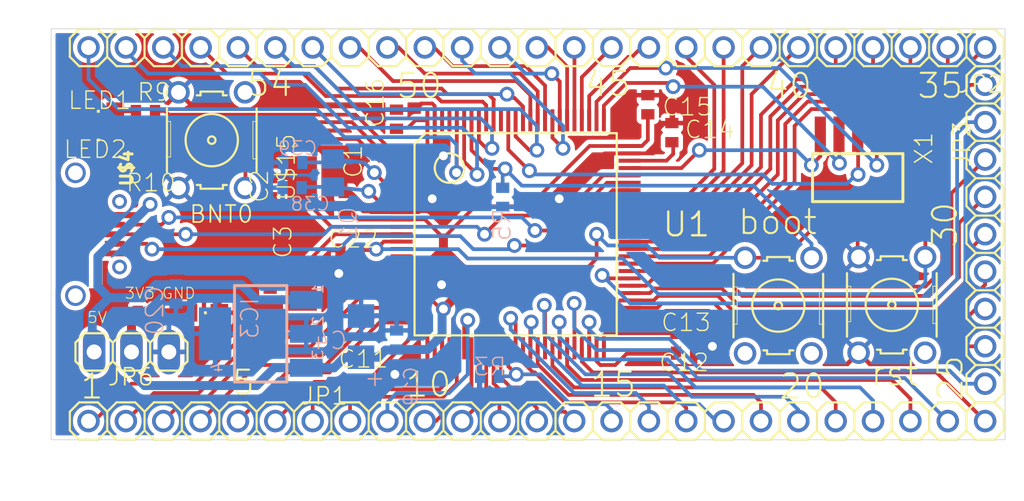
<source format=kicad_pcb>
(kicad_pcb (version 20211014) (generator pcbnew)
  (layers (0 "F.Cu" signal) (1 "In1.Cu" signal) (2 "In2.Cu" signal) (31 "B.Cu" signal) (34 "B.Paste" user) (35 "F.Paste" user) (36 "B.SilkS" user "B.Silkscreen") (37 "F.SilkS" user "F.Silkscreen") (38 "B.Mask" user) (39 "F.Mask" user) (44 "Edge.Cuts" user))
  (net 0 "")
  (net 1 "NRST")
  (net 2 "N$1")
  (net 3 "N$2")
  (net 4 "GND")
  (net 5 "+3V3")
  (net 6 "N$9")
  (net 7 "N$10")
  (net 8 "JTRST")
  (net 9 "JTDO")
  (net 10 "JTCK")
  (net 11 "JTMS")
  (net 12 "N$11")
  (net 13 "N$30")
  (net 14 "N$31")
  (net 15 "N$16")
  (net 16 "N$17")
  (net 17 "5V")
  (net 18 "USB_D_P")
  (net 19 "USB_D_N")
  (net 20 "N$15")
  (net 21 "VBUS")
  (net 22 "JTDI")
  (net 23 "ID")
  (net 24 "LED1")
  (net 25 "LED2")
  (net 26 "BNT")
  (net 27 "PC2")
  (net 28 "PC3")
  (net 29 "PA0")
  (net 30 "PA1")
  (net 31 "PA2")
  (net 32 "PA3")
  (net 33 "PA4")
  (net 34 "PA5")
  (net 35 "PA6")
  (net 36 "PA7")
  (net 37 "PC4")
  (net 38 "PC5")
  (net 39 "PB0")
  (net 40 "PB1")
  (net 41 "PE7")
  (net 42 "PE8")
  (net 43 "PE9")
  (net 44 "PE10")
  (net 45 "PE11")
  (net 46 "PE12")
  (net 47 "PE13")
  (net 48 "PE14")
  (net 49 "PE15")
  (net 50 "PB10")
  (net 51 "PB11")
  (net 52 "PB12")
  (net 53 "PB13")
  (net 54 "PB14")
  (net 55 "PB15")
  (net 56 "PD8")
  (net 57 "PD9")
  (net 58 "PD10")
  (net 59 "PD11")
  (net 60 "PD12")
  (net 61 "PD13")
  (net 62 "PD14")
  (net 63 "PD15")
  (net 64 "PC6")
  (net 65 "PC7")
  (net 66 "PC8")
  (net 67 "PC9")
  (net 68 "PA8")
  (net 69 "PC10")
  (net 70 "PC11")
  (net 71 "PC12")
  (net 72 "PD0")
  (net 73 "PD1")
  (net 74 "PD2")
  (net 75 "PD3")
  (net 76 "PD4")
  (net 77 "PD5")
  (net 78 "PD6")
  (net 79 "PD7")
  (net 80 "PB5")
  (net 81 "PB6")
  (net 82 "PB7")
  (net 83 "PB8")
  (net 84 "PB9")
  (net 85 "PE0")
  (net 86 "PE1")
  (net 87 "PB2")
  (footprint "Virgulino 01:C0402" (layer "F.Cu") (at 156.6413 96.1969 90)
    (fp_text reference "C15")
    (fp_text value "100nF")
  )
  (footprint "Virgulino 01:B3F-F05XX" (layer "F.Cu") (at 165.5106 109.8526 90)
    (fp_text reference "RESET1" hide)
    (fp_text value "" hide)
  )
  (footprint "Virgulino 01:C0402" (layer "F.Cu") (at 158.2749 98.0938 90)
    (fp_text reference "C14")
    (fp_text value "2uF")
  )
  (footprint "Virgulino 01:R0402" (layer "F.Cu") (at 122.6131 110.3146 180)
    (fp_text reference "R8" hide)
    (fp_text value "0")
  )
  (footprint "Virgulino 01:1X03" (layer "F.Cu") (at 121.5336 113.0046)
    (fp_text reference "JP6")
    (fp_text value "")
  )
  (footprint "Virgulino 01:1X09_ROUND" (layer "F.Cu") (at 179.5726 105.0036 90)
    (fp_text reference "JP3")
    (fp_text value "" hide)
  )
  (footprint "Virgulino 01:ZX62D" (layer "F.Cu") (at 117.7236 105.0036 -90)
    (fp_text reference "U$4")
    (fp_text value "")
  )
  (footprint "Virgulino 01:C0402" (layer "F.Cu") (at 139.5471 97.1826 90)
    (fp_text reference "C16")
    (fp_text value "100nF")
  )
  (footprint "Virgulino 01:R0402" (layer "F.Cu") (at 122.4841 96.6596)
    (fp_text reference "R9")
    (fp_text value "0")
  )
  (footprint "Virgulino 01:C0402" (layer "F.Cu") (at 130.9627 108.0547 90)
    (fp_text reference "C3")
    (fp_text value "12pF")
  )
  (footprint "Virgulino 01:C0402" (layer "F.Cu") (at 136.0651 102.8476 90)
    (fp_text reference "C1")
    (fp_text value "100 nF")
  )
  (footprint "Virgulino 01:C0402" (layer "F.Cu") (at 159.2026 113.0866)
    (fp_text reference "C12")
    (fp_text value "2uF")
  )
  (footprint "Virgulino 01:R0402" (layer "F.Cu") (at 122.4841 98.6436)
    (fp_text reference "R10")
    (fp_text value "0")
  )
  (footprint "Virgulino 01:1X25_ROUND" (layer "F.Cu") (at 150.3626 92.3036 180)
    (fp_text reference "JP2")
    (fp_text value "")
  )
  (footprint "Virgulino 01:C0402" (layer "F.Cu") (at 130.9872 101.8361 -90)
    (fp_text reference "C2")
    (fp_text value "12pF")
  )
  (footprint "Virgulino 01:C0402" (layer "F.Cu") (at 136.3956 106.0796 180)
    (fp_text reference "C22")
    (fp_text value "10nF")
  )
  (footprint "Virgulino 01:TQFP100" (layer "F.Cu") (at 147.6515 105.0036)
    (fp_text reference "U1")
    (fp_text value "")
  )
  (footprint "Virgulino 01:CHIPLED_0805" (layer "F.Cu") (at 119.3796 98.5991 90)
    (fp_text reference "LED2")
    (fp_text value "")
  )
  (footprint "Virgulino 01:1365-10" (layer "F.Cu") (at 170.9066 101.1536 180)
    (fp_text reference "X1")
    (fp_text value "1365-10")
  )
  (footprint "Virgulino 01:B3F-F05XX" (layer "F.Cu") (at 173.2291 109.8061 -90)
    (fp_text reference "RESET0" hide)
    (fp_text value "" hide)
  )
  (footprint "Virgulino 01:CHIPLED_0805" (layer "F.Cu") (at 126.4591 110.3426 -90)
    (fp_text reference "PWR0" hide)
    (fp_text value "")
  )
  (footprint "Virgulino 01:B3F-F05XX" (layer "F.Cu") (at 126.9921 98.6051 -90)
    (fp_text reference "BNT0")
    (fp_text value "" hide)
  )
  (footprint "Virgulino 01:CHIPLED_0805" (layer "F.Cu") (at 119.3796 96.6421 90)
    (fp_text reference "LED1")
    (fp_text value "")
  )
  (footprint "Virgulino 01:C0402" (layer "F.Cu") (at 159.1626 111.6746)
    (fp_text reference "C13")
    (fp_text value "100nF")
  )
  (footprint "Virgulino 01:CSM-3X" (layer "F.Cu") (at 133.14 104.9517 -90)
    (fp_text reference "U$15")
    (fp_text value "12MHz")
  )
  (footprint "Virgulino 01:C0402" (layer "F.Cu") (at 141.1411 114.6875 180)
    (fp_text reference "C11")
    (fp_text value "100nF")
  )
  (footprint "Virgulino 01:1X25_ROUND" (layer "F.Cu") (at 147.8226 117.7036)
    (fp_text reference "JP1")
    (fp_text value "")
  )
  (footprint "Virgulino 01:C0402" (layer "B.Cu") (at 139.5591 112.1933 90)
    (fp_text reference "C19")
    (fp_text value "100nF")
  )
  (footprint "Virgulino 01:C0402" (layer "B.Cu") (at 124.5566 109.0596 -90)
    (fp_text reference "C20")
    (fp_text value "100nF")
  )
  (footprint "Virgulino 01:C0402" (layer "B.Cu") (at 132.4986 100.1201 180)
    (fp_text reference "C39")
    (fp_text value "22pF")
  )
  (footprint "Virgulino 01:0805" (layer "B.Cu") (at 135.2436 100.8356 90)
    (fp_text reference "Q1")
    (fp_text value "32.768KHz")
  )
  (footprint "Virgulino 01:R0402" (layer "B.Cu") (at 146.7721 102.4936 90)
    (fp_text reference "R5")
    (fp_text value "100k")
  )
  (footprint "Virgulino 01:SOT223" (layer "B.Cu") (at 130.3171 111.7711 -90)
    (fp_text reference "IC3")
    (fp_text value "MIC5209-3.3YS")
  )
  (footprint "Virgulino 01:CPOL1206" (layer "B.Cu") (at 137.1424 111.9632 -90)
    (fp_text reference "C4")
    (fp_text value "10uF")
  )
  (footprint "Virgulino 01:C0402" (layer "B.Cu") (at 132.4566 101.8361 180)
    (fp_text reference "C38")
    (fp_text value "22pF")
  )
  (footprint "Virgulino 01:R0402" (layer "B.Cu") (at 145.8806 114.6646)
    (fp_text reference "R3")
    (fp_text value "100k")
  )
  (gr_line (start 180.9296 118.9736) (end 180.9296 91.0336) (layer "Edge.Cuts") (width 0.05))
  (gr_line (start 180.9296 91.0336) (end 116.0726 91.0336) (layer "Edge.Cuts") (width 0.05))
  (gr_line (start 116.0726 91.0336) (end 116.0726 118.9736) (layer "Edge.Cuts") (width 0.05))
  (gr_line (start 116.0726 118.9736) (end 180.9296 118.9736) (layer "Edge.Cuts") (width 0.05))
  (gr_text "45" (at 155.5696 93.8276) (layer "F.SilkS") (effects (font (size 1.63576 1.63576) (thickness 0.14224)) (justify right top)))
  (gr_text "GND" (at 123.5656 109.4486) (layer "F.SilkS") (effects (font (size 0.747776 0.747776) (thickness 0.065024)) (justify left bottom)))
  (gr_text "5" (at 128.2646 116.0526) (layer "F.SilkS") (effects (font (size 1.63576 1.63576) (thickness 0.14224)) (justify left bottom)))
  (gr_text "5V" (at 118.4856 111.0996) (layer "F.SilkS") (effects (font (size 0.747776 0.747776) (thickness 0.065024)) (justify left bottom)))
  (gr_text "1" (at 117.9776 116.3066) (layer "F.SilkS") (effects (font (size 1.63576 1.63576) (thickness 0.14224)) (justify left bottom)))
  (gr_text "50" (at 142.7426 93.9546) (layer "F.SilkS") (effects (font (size 1.63576 1.63576) (thickness 0.14224)) (justify right top)))
  (gr_text "30" (at 177.7946 106.0196 90) (layer "F.SilkS") (effects (font (size 1.63576 1.63576) (thickness 0.14224)) (justify left bottom)))
  (gr_text "boot" (at 162.6816 105.1306) (layer "F.SilkS") (effects (font (size 1.63576 1.63576) (thickness 0.14224)) (justify left bottom)))
  (gr_text "20" (at 165.4756 116.3066) (layer "F.SilkS") (effects (font (size 1.63576 1.63576) (thickness 0.14224)) (justify left bottom)))
  (gr_text "40" (at 167.8886 93.9546) (layer "F.SilkS") (effects (font (size 1.63576 1.63576) (thickness 0.14224)) (justify right top)))
  (gr_text "rst" (at 171.6986 115.4176) (layer "F.SilkS") (effects (font (size 1.63576 1.63576) (thickness 0.14224)) (justify left bottom)))
  (gr_text "54" (at 132.5826 93.8276) (layer "F.SilkS") (effects (font (size 1.63576 1.63576) (thickness 0.14224)) (justify right top)))
  (gr_text "15" (at 152.6486 116.1796) (layer "F.SilkS") (effects (font (size 1.63576 1.63576) (thickness 0.14224)) (justify left bottom)))
  (gr_text "3V3" (at 121.0256 109.4486) (layer "F.SilkS") (effects (font (size 0.747776 0.747776) (thickness 0.065024)) (justify left bottom)))
  (gr_text "25" (at 178.1756 116.4336 90) (layer "F.SilkS") (effects (font (size 1.63576 1.63576) (thickness 0.14224)) (justify left bottom)))
  (gr_text "35" (at 178.1756 93.9546) (layer "F.SilkS") (effects (font (size 1.63576 1.63576) (thickness 0.14224)) (justify right top)))
  (gr_text "10" (at 140.0756 116.1796) (layer "F.SilkS") (effects (font (size 1.63576 1.63576) (thickness 0.14224)) (justify left bottom)))
  (segment (start 175.4897 106.5561) (end 175.5086 106.6642) (width 0.254) (layer "F.Cu") (net 1))
  (segment (start 138.6866 105.5036) (end 139.9015 105.5036) (width 0.254) (layer "F.Cu") (net 1))
  (segment (start 175.5086 102.8446) (end 173.4466 100.7826) (width 0.254) (layer "F.Cu") (net 1))
  (segment (start 138.1106 106.0796) (end 138.1706 106.0196) (width 0.254) (layer "F.Cu") (net 1))
  (segment (start 175.5086 106.6642) (end 175.5086 102.8446) (width 0.254) (layer "F.Cu") (net 1))
  (segment (start 137.0456 106.0796) (end 138.1106 106.0796) (width 0.254) (layer "F.Cu") (net 1))
  (segment (start 138.1706 106.0196) (end 138.6866 105.5036) (width 0.254) (layer "F.Cu") (net 1))
  (segment (start 173.4466 100.7826) (end 173.4466 98.2036) (width 0.254) (layer "F.Cu") (net 1))
  (via (at 138.1706 106.0196) (size 1.0064) (drill 0.6) (layers "F.Cu" "B.Cu") (net 1))
  (segment (start 175.5086 108.3056) (end 175.5086 106.702) (width 0.254) (layer "B.Cu") (net 1))
  (segment (start 138.1706 106.0196) (end 143.7586 106.0196) (width 0.254) (layer "B.Cu") (net 1))
  (segment (start 154.9346 106.6546) (end 157.3476 109.0676) (width 0.254) (layer "B.Cu") (net 1))
  (segment (start 174.7466 109.0676) (end 175.5086 108.3056) (width 0.254) (layer "B.Cu") (net 1))
  (segment (start 175.5086 106.702) (end 175.4897 106.5561) (width 0.254) (layer "B.Cu") (net 1))
  (segment (start 144.3936 106.6546) (end 154.9346 106.6546) (width 0.254) (layer "B.Cu") (net 1))
  (segment (start 143.7586 106.0196) (end 144.3936 106.6546) (width 0.254) (layer "B.Cu") (net 1))
  (segment (start 157.3476 109.0676) (end 174.7466 109.0676) (width 0.254) (layer "B.Cu") (net 1))
  (segment (start 133.7256 108.7511) (end 133.7256 106.6546) (width 0.254) (layer "F.Cu") (net 2))
  (segment (start 133.137 108.7047) (end 133.14 108.7017) (width 0.254) (layer "F.Cu") (net 2))
  (segment (start 135.3766 105.0036) (end 139.9015 105.0036) (width 0.254) (layer "F.Cu") (net 2))
  (segment (start 133.7256 106.6546) (end 135.3766 105.0036) (width 0.254) (layer "F.Cu") (net 2))
  (segment (start 133.14 108.7017) (end 133.7256 108.7511) (width 0.254) (layer "F.Cu") (net 2))
  (segment (start 130.9627 108.7047) (end 133.137 108.7047) (width 0.254) (layer "F.Cu") (net 2))
  (segment (start 133.5986 102.9716) (end 135.1306 104.5036) (width 0.254) (layer "F.Cu") (net 3))
  (segment (start 133.14 101.2017) (end 133.5986 101.3781) (width 0.254) (layer "F.Cu") (net 3))
  (segment (start 133.14 101.2017) (end 133.1244 101.1861) (width 0.254) (layer "F.Cu") (net 3))
  (segment (start 135.1306 104.5036) (end 139.9015 104.5036) (width 0.254) (layer "F.Cu") (net 3))
  (segment (start 133.1244 101.1861) (end 130.9872 101.1861) (width 0.254) (layer "F.Cu") (net 3))
  (segment (start 133.5986 101.3781) (end 133.5986 102.9716) (width 0.254) (layer "F.Cu") (net 3))
  (segment (start 157.3476 99.1616) (end 157.3476 97.8916) (width 0.254) (layer "F.Cu") (net 4))
  (segment (start 170.9366 104.0736) (end 170.9366 102.2096) (width 0.254) (layer "F.Cu") (net 4))
  (segment (start 171.3176 101.8286) (end 172.9686 101.8286) (width 0.254) (layer "F.Cu") (net 4))
  (segment (start 141.0676 103.5036) (end 141.9806 102.5906) (width 0.254) (layer "F.Cu") (net 4))
  (segment (start 139.9015 108.5036) (end 142.5446 108.5036) (width 0.254) (layer "F.Cu") (net 4))
  (segment (start 158.3636 97.3551) (end 158.3636 96.2406) (width 0.254) (layer "F.Cu") (net 4))
  (segment (start 140.5836 114.1476) (end 140.8376 113.8936) (width 0.254) (layer "F.Cu") (net 4))
  (segment (start 141.2186 96.1136) (end 140.7996 96.5326) (width 0.254) (layer "F.Cu") (net 4))
  (segment (start 137.8136 103.5036) (end 139.9015 103.5036) (width 0.254) (layer "F.Cu") (net 4))
  (segment (start 142.7426 99.6696) (end 142.1515 99.0785) (width 0.254) (layer "F.Cu") (net 4))
  (segment (start 161.0306 112.6236) (end 160.5676 113.0866) (width 0.254) (layer "F.Cu") (net 4))
  (segment (start 159.8126 111.6746) (end 159.8526 111.7146) (width 0.254) (layer "F.Cu") (net 4))
  (segment (start 150.6166 102.5906) (end 153.7036 99.5036) (width 0.254) (layer "F.Cu") (net 4))
  (segment (start 157.0056 99.5036) (end 157.3476 99.1616) (width 0.254) (layer "F.Cu") (net 4))
  (segment (start 142.1515 99.0785) (end 142.1515 97.2536) (width 0.254) (layer "F.Cu") (net 4))
  (segment (start 155.4015 99.5036) (end 157.0056 99.5036) (width 0.254) (layer "F.Cu") (net 4))
  (segment (start 158.2749 97.4438) (end 158.3636 97.3551) (width 0.254) (layer "F.Cu") (net 4))
  (segment (start 121.4366 106.3036) (end 122.5496 107.4166) (width 0.254) (layer "F.Cu") (net 4))
  (segment (start 153.7036 99.5036) (end 155.4015 99.5036) (width 0.254) (layer "F.Cu") (net 4))
  (segment (start 157.7286 97.5106) (end 158.2081 97.5106) (width 0.254) (layer "F.Cu") (net 4))
  (segment (start 140.8376 113.8936) (end 141.9806 113.8936) (width 0.254) (layer "F.Cu") (net 4))
  (segment (start 170.9366 102.2096) (end 171.3176 101.8286) (width 0.254) (layer "F.Cu") (net 4))
  (segment (start 118.3296 98.5991) (end 118.3296 96.6421) (width 0.254) (layer "F.Cu") (net 4))
  (segment (start 170.9066 106.6212) (end 170.9066 104.1036) (width 0.254) (layer "F.Cu") (net 4))
  (segment (start 140.7996 96.5326) (end 139.5471 96.5326) (width 0.254) (layer "F.Cu") (net 4))
  (segment (start 140.4911 114.6875) (end 140.5836 114.595) (width 0.254) (layer "F.Cu") (net 4))
  (segment (start 142.1515 113.7227) (end 142.1515 112.7536) (width 0.254) (layer "F.Cu") (net 4))
  (segment (start 160.5676 113.0866) (end 159.8526 113.0866) (width 0.254) (layer "F.Cu") (net 4))
  (segment (start 142.5446 108.5036) (end 142.6156 108.4326) (width 0.254) (layer "F.Cu") (net 4))
  (segment (start 170.9066 104.1036) (end 169.6366 104.1036) (width 0.254) (layer "F.Cu") (net 4))
  (segment (start 158.3636 96.2406) (end 157.6699 95.5469) (width 0.254) (layer "F.Cu") (net 4))
  (segment (start 136.0771 102.2096) (end 136.5196 102.2096) (width 0.254) (layer "F.Cu") (net 4))
  (segment (start 173.4466 102.3066) (end 173.4466 104.1036) (width 0.254) (layer "F.Cu") (net 4))
  (segment (start 142.1515 96.2845) (end 141.9806 96.1136) (width 0.254) (layer "F.Cu") (net 4))
  (segment (start 158.2081 97.5106) (end 158.2749 97.4438) (width 0.254) (layer "F.Cu") (net 4))
  (segment (start 141.9806 113.8936) (end 142.1515 113.7227) (width 0.254) (layer "F.Cu") (net 4))
  (segment (start 120.3986 106.3036) (end 121.4366 106.3036) (width 0.254) (layer "F.Cu") (net 4))
  (segment (start 139.9015 103.5036) (end 141.0676 103.5036) (width 0.254) (layer "F.Cu") (net 4))
  (segment (start 136.0651 102.1976) (end 136.0771 102.2096) (width 0.254) (layer "F.Cu") (net 4))
  (segment (start 160.0816 111.6746) (end 159.8126 111.6746) (width 0.254) (layer "F.Cu") (net 4))
  (segment (start 172.9686 101.8286) (end 173.4466 102.3066) (width 0.254) (layer "F.Cu") (net 4))
  (segment (start 170.9685 106.5561) (end 170.9066 106.6212) (width 0.254) (layer "F.Cu") (net 4))
  (segment (start 141.9806 96.1136) (end 141.2186 96.1136) (width 0.254) (layer "F.Cu") (net 4))
  (segment (start 157.3476 97.8916) (end 157.7286 97.5106) (width 0.254) (layer "F.Cu") (net 4))
  (segment (start 157.6699 95.5469) (end 156.6413 95.5469) (width 0.254) (layer "F.Cu") (net 4))
  (segment (start 140.5836 114.595) (end 140.5836 114.1476) (width 0.254) (layer "F.Cu") (net 4))
  (segment (start 136.5196 102.2096) (end 137.8136 103.5036) (width 0.254) (layer "F.Cu") (net 4))
  (segment (start 170.9066 104.1036) (end 170.9366 104.0736) (width 0.254) (layer "F.Cu") (net 4))
  (segment (start 142.1515 97.2536) (end 142.1515 96.2845) (width 0.254) (layer "F.Cu") (net 4))
  (segment (start 161.0306 112.6236) (end 160.0816 111.6746) (width 0.254) (layer "F.Cu") (net 4))
  (via (at 142.7426 99.6696) (size 1.0064) (drill 0.6) (layers "F.Cu" "B.Cu") (net 4))
  (via (at 142.6156 108.4326) (size 1.0064) (drill 0.6) (layers "F.Cu" "B.Cu") (net 4))
  (via (at 135.6306 107.6706) (size 1.0064) (drill 0.6) (layers "F.Cu" "B.Cu") (net 4))
  (via (at 150.6166 102.5906) (size 1.0064) (drill 0.6) (layers "F.Cu" "B.Cu") (net 4))
  (via (at 141.9806 102.5906) (size 1.0064) (drill 0.6) (layers "F.Cu" "B.Cu") (net 4))
  (via (at 139.4406 114.5286) (size 1.0064) (drill 0.6) (layers "F.Cu" "B.Cu") (net 4))
  (via (at 161.0306 112.6236) (size 1.0064) (drill 0.6) (layers "F.Cu" "B.Cu") (net 4))
  (segment (start 152.0136 108.5596) (end 154.5536 111.0996) (width 0.254) (layer "B.Cu") (net 4))
  (segment (start 150.0636 103.1436) (end 150.6166 102.5906) (width 0.254) (layer "B.Cu") (net 4))
  (segment (start 149.3466 108.5596) (end 152.0136 108.5596) (width 0.254) (layer "B.Cu") (net 4))
  (segment (start 141.9806 100.4316) (end 142.7426 99.6696) (width 0.254) (layer "B.Cu") (net 4))
  (segment (start 131.8066 100.1621) (end 131.8486 100.1201) (width 0.254) (layer "B.Cu") (net 4))
  (segment (start 149.2196 108.4326) (end 149.3466 108.5596) (width 0.254) (layer "B.Cu") (net 4))
  (segment (start 131.8066 101.8361) (end 131.8066 100.1621) (width 0.254) (layer "B.Cu") (net 4))
  (segment (start 141.9806 102.5906) (end 141.9806 100.4316) (width 0.254) (layer "B.Cu") (net 4))
  (segment (start 154.5536 111.0996) (end 159.5066 111.0996) (width 0.254) (layer "B.Cu") (net 4))
  (segment (start 159.5066 111.0996) (end 161.0306 112.6236) (width 0.254) (layer "B.Cu") (net 4))
  (segment (start 142.6156 108.4326) (end 149.2196 108.4326) (width 0.254) (layer "B.Cu") (net 4))
  (segment (start 142.5336 103.1436) (end 146.7721 103.1436) (width 0.254) (layer "B.Cu") (net 4))
  (segment (start 146.7721 103.1436) (end 150.0636 103.1436) (width 0.254) (layer "B.Cu") (net 4))
  (segment (start 141.9806 102.5906) (end 142.5336 103.1436) (width 0.254) (layer "B.Cu") (net 4))
  (segment (start 155.4015 99.0036) (end 156.2356 99.0036) (width 0.254) (layer "F.Cu") (net 5))
  (segment (start 141.4726 103.9876) (end 139.9175 103.9876) (width 0.254) (layer "F.Cu") (net 5))
  (segment (start 144.7746 108.0516) (end 142.7426 106.0196) (width 0.6096) (layer "F.Cu") (net 5))
  (segment (start 141.9724 101.5746) (end 141.6515 101.2537) (width 0.254) (layer "F.Cu") (net 5))
  (segment (start 142.6515 112.7536) (end 142.6515 114.4927) (width 0.254) (layer "F.Cu") (net 5))
  (segment (start 153.7916 111.7346) (end 153.6515 111.8747) (width 0.254) (layer "F.Cu") (net 5))
  (segment (start 142.7426 105.2576) (end 141.4726 103.9876) (width 0.254) (layer "F.Cu") (net 5))
  (segment (start 142.7426 106.0196) (end 141.7746 106.9876) (width 0.6096) (layer "F.Cu") (net 5))
  (segment (start 144.7746 108.1786) (end 151.6326 108.1786) (width 0.6096) (layer "F.Cu") (net 5))
  (segment (start 142.3616 114.7826) (end 141.8862 114.7826) (width 0.254) (layer "F.Cu") (net 5))
  (segment (start 153.7916 111.7346) (end 158.4526 111.7346) (width 0.254) (layer "F.Cu") (net 5))
  (segment (start 151.7596 108.1786) (end 153.4106 109.8296) (width 0.6096) (layer "F.Cu") (net 5))
  (segment (start 141.3456 107.4166) (end 141.3456 107.9246) (width 0.254) (layer "F.Cu") (net 5))
  (segment (start 144.9016 103.0986) (end 148.5846 103.0986) (width 0.254) (layer "F.Cu") (net 5))
  (segment (start 144.9016 103.0986) (end 144.1396 102.3366) (width 0.254) (layer "F.Cu") (net 5))
  (segment (start 141.6515 101.2537) (end 141.4016 101.5036) (width 0.254) (layer "F.Cu") (net 5))
  (segment (start 143.5046 102.3366) (end 142.7426 101.5746) (width 0.254) (layer "F.Cu") (net 5))
  (segment (start 139.9015 104.0036) (end 137.0436 104.0036) (width 0.254) (layer "F.Cu") (net 5))
  (segment (start 148.5846 103.0986) (end 152.6796 99.0036) (width 0.254) (layer "F.Cu") (net 5))
  (segment (start 152.6796 99.0036) (end 155.4015 99.0036) (width 0.254) (layer "F.Cu") (net 5))
  (segment (start 153.6515 111.8747) (end 153.6515 112.7536) (width 0.254) (layer "F.Cu") (net 5))
  (segment (start 142.7426 101.5746) (end 141.9724 101.5746) (width 0.254) (layer "F.Cu") (net 5))
  (segment (start 141.4016 101.5036) (end 139.9015 101.5036) (width 0.254) (layer "F.Cu") (net 5))
  (segment (start 144.1396 102.3366) (end 143.5046 102.3366) (width 0.254) (layer "F.Cu") (net 5))
  (segment (start 163.25 106.6026) (end 165.8676 106.6026) (width 0.254) (layer "F.Cu") (net 5))
  (segment (start 151.6326 108.1786) (end 153.1566 106.6546) (width 0.254) (layer "F.Cu") (net 5))
  (segment (start 136.0831 103.4796) (end 136.0651 103.4976) (width 0.254) (layer "F.Cu") (net 5))
  (segment (start 137.0436 104.0036) (end 136.5196 103.4796) (width 0.254) (layer "F.Cu") (net 5))
  (segment (start 153.7916 110.2106) (end 153.7916 111.7346) (width 0.254) (layer "F.Cu") (net 5))
  (segment (start 141.9804 109.5036) (end 139.9015 109.5036) (width 0.254) (layer "F.Cu") (net 5))
  (segment (start 142.6515 114.4927) (end 142.3616 114.7826) (width 0.254) (layer "F.Cu") (net 5))
  (segment (start 141.6515 97.2536) (end 140.8406 97.2536) (width 0.254) (layer "F.Cu") (net 5))
  (segment (start 144.7746 108.1786) (end 144.7746 108.0516) (width 0.6096) (layer "F.Cu") (net 5))
  (segment (start 141.2666 108.0036) (end 139.9015 108.0036) (width 0.254) (layer "F.Cu") (net 5))
  (segment (start 141.8862 114.7826) (end 141.7911 114.6875) (width 0.254) (layer "F.Cu") (net 5))
  (segment (start 142.7426 105.2576) (end 144.9016 103.0986) (width 0.254) (layer "F.Cu") (net 5))
  (segment (start 151.6326 108.1786) (end 151.7596 108.1786) (width 0.6096) (layer "F.Cu") (net 5))
  (segment (start 156.6413 98.5979) (end 156.6413 96.8469) (width 0.254) (layer "F.Cu") (net 5))
  (segment (start 156.2356 99.0036) (end 156.6413 98.5979) (width 0.254) (layer "F.Cu") (net 5))
  (segment (start 141.6515 101.2537) (end 141.6515 97.2536) (width 0.254) (layer "F.Cu") (net 5))
  (segment (start 142.7426 110.0836) (end 144.6476 108.1786) (width 0.6096) (layer "F.Cu") (net 5))
  (segment (start 165.8676 106.6026) (end 168.3666 104.1036) (width 0.254) (layer "F.Cu") (net 5))
  (segment (start 141.3456 107.9246) (end 141.2666 108.0036) (width 0.254) (layer "F.Cu") (net 5))
  (segment (start 153.4106 109.8296) (end 153.7916 110.2106) (width 0.254) (layer "F.Cu") (net 5))
  (segment (start 153.1566 106.6546) (end 153.1566 105.0036) (width 0.254) (layer "F.Cu") (net 5))
  (segment (start 158.4526 111.7346) (end 158.5126 111.6746) (width 0.254) (layer "F.Cu") (net 5))
  (segment (start 142.7426 110.0836) (end 142.6515 110.1747) (width 0.254) (layer "F.Cu") (net 5))
  (segment (start 139.9015 109.5036) (end 139.9015 109.0036) (width 0.254) (layer "F.Cu") (net 5))
  (segment (start 140.8406 97.2536) (end 140.3296 97.7646) (width 0.254) (layer "F.Cu") (net 5))
  (segment (start 140.3296 97.7646) (end 139.6151 97.7646) (width 0.254) (layer "F.Cu") (net 5))
  (segment (start 142.6515 110.1747) (end 142.6515 112.7536) (width 0.254) (layer "F.Cu") (net 5))
  (segment (start 139.9175 103.9876) (end 139.9015 104.0036) (width 0.254) (layer "F.Cu") (net 5))
  (segment (start 142.6515 110.1747) (end 141.9804 109.5036) (width 0.254) (layer "F.Cu") (net 5))
  (segment (start 136.5196 103.4796) (end 136.0831 103.4796) (width 0.254) (layer "F.Cu") (net 5))
  (segment (start 144.6476 108.1786) (end 144.7746 108.1786) (width 0.6096) (layer "F.Cu") (net 5))
  (segment (start 142.7426 106.0196) (end 142.7426 105.2576) (width 0.6096) (layer "F.Cu") (net 5))
  (segment (start 121.5336 110.7441) (end 121.9631 110.3146) (width 0.6096) (layer "F.Cu") (net 5))
  (segment (start 139.6151 97.7646) (end 139.5471 97.8326) (width 0.254) (layer "F.Cu") (net 5))
  (segment (start 141.7746 106.9876) (end 141.3456 107.4166) (width 0.254) (layer "F.Cu") (net 5))
  (segment (start 121.5336 113.0046) (end 121.5336 110.7441) (width 0.6096) (layer "F.Cu") (net 5))
  (via (at 153.1566 105.0036) (size 1.0064) (drill 0.6) (layers "F.Cu" "B.Cu") (net 5))
  (via (at 142.7426 110.0836) (size 1.0064) (drill 0.6) (layers "F.Cu" "B.Cu") (net 5))
  (segment (start 137.1424 113.3632) (end 138.32 113.3632) (width 0.6096) (layer "B.Cu") (net 5))
  (segment (start 136.0116 113.3856) (end 137.12 113.3856) (width 0.6096) (layer "B.Cu") (net 5))
  (segment (start 121.5336 114.4016) (end 121.5336 113.0046) (width 0.6096) (layer "B.Cu") (net 5))
  (segment (start 138.32 113.3632) (end 138.8056 112.8776) (width 0.6096) (layer "B.Cu") (net 5))
  (segment (start 142.6515 110.1747) (end 142.7426 110.0836) (width 0.6096) (layer "B.Cu") (net 5))
  (segment (start 157.4226 106.6026) (end 163.25 106.6026) (width 0.254) (layer "B.Cu") (net 5))
  (segment (start 156.5856 105.7656) (end 157.4226 106.6026) (width 0.254) (layer "B.Cu") (net 5))
  (segment (start 142.6515 111.8616) (end 142.6515 110.1747) (width 0.6096) (layer "B.Cu") (net 5))
  (segment (start 130.0426 115.2906) (end 131.2507 114.0825) (width 0.6096) (layer "B.Cu") (net 5))
  (segment (start 153.1566 105.0036) (end 153.9186 105.7656) (width 0.254) (layer "B.Cu") (net 5))
  (segment (start 139.5248 112.8776) (end 139.5591 112.8433) (width 0.6096) (layer "B.Cu") (net 5))
  (segment (start 141.6698 112.8433) (end 142.6515 111.8616) (width 0.6096) (layer "B.Cu") (net 5))
  (segment (start 122.4226 115.2906) (end 130.0426 115.2906) (width 0.6096) (layer "B.Cu") (net 5))
  (segment (start 138.8056 112.8776) (end 139.5248 112.8776) (width 0.6096) (layer "B.Cu") (net 5))
  (segment (start 135.3147 114.0825) (end 136.0116 113.3856) (width 0.6096) (layer "B.Cu") (net 5))
  (segment (start 153.9186 105.7656) (end 156.5856 105.7656) (width 0.254) (layer "B.Cu") (net 5))
  (segment (start 121.5336 114.4016) (end 122.4226 115.2906) (width 0.6096) (layer "B.Cu") (net 5))
  (segment (start 133.4159 114.0825) (end 135.3147 114.0825) (width 0.6096) (layer "B.Cu") (net 5))
  (segment (start 137.12 113.3856) (end 137.1424 113.3632) (width 0.6096) (layer "B.Cu") (net 5))
  (segment (start 139.5591 112.8433) (end 141.6698 112.8433) (width 0.6096) (layer "B.Cu") (net 5))
  (segment (start 131.2507 114.0825) (end 133.4159 114.0825) (width 0.6096) (layer "B.Cu") (net 5))
  (segment (start 153.1515 113.6345) (end 153.4106 113.8936) (width 0.254) (layer "F.Cu") (net 6))
  (segment (start 154.4266 113.8936) (end 155.1886 113.1316) (width 0.254) (layer "F.Cu") (net 6))
  (segment (start 158.3806 113.1316) (end 158.5526 113.0866) (width 0.254) (layer "F.Cu") (net 6))
  (segment (start 155.1886 113.1316) (end 158.3806 113.1316) (width 0.254) (layer "F.Cu") (net 6))
  (segment (start 153.1515 112.7536) (end 153.1515 113.6345) (width 0.254) (layer "F.Cu") (net 6))
  (segment (start 153.4106 113.8936) (end 154.4266 113.8936) (width 0.254) (layer "F.Cu") (net 6))
  (segment (start 155.4015 100.0036) (end 157.9026 100.0036) (width 0.254) (layer "F.Cu") (net 7))
  (segment (start 158.3636 99.5426) (end 158.3636 98.8325) (width 0.254) (layer "F.Cu") (net 7))
  (segment (start 157.9026 100.0036) (end 158.3636 99.5426) (width 0.254) (layer "F.Cu") (net 7))
  (segment (start 158.3636 98.8325) (end 158.2749 98.7438) (width 0.254) (layer "F.Cu") (net 7))
  (segment (start 148.5846 100.6856) (end 147.1515 99.2525) (width 0.254) (layer "F.Cu") (net 9))
  (segment (start 147.1515 99.2525) (end 147.1515 97.2536) (width 0.254) (layer "F.Cu") (net 9))
  (segment (start 170.9366 98.2336) (end 170.9066 98.2036) (width 0.254) (layer "F.Cu") (net 9))
  (segment (start 170.9366 100.9396) (end 170.9366 98.2336) (width 0.254) (layer "F.Cu") (net 9))
  (via (at 170.9366 100.9396) (size 1.0064) (drill 0.6) (layers "F.Cu" "B.Cu") (net 9))
  (via (at 148.5846 100.6856) (size 1.0064) (drill 0.6) (layers "F.Cu" "B.Cu") (net 9))
  (segment (start 170.8096 100.9396) (end 170.9366 100.9396) (width 0.254) (layer "B.Cu") (net 9))
  (segment (start 164.4596 100.9396) (end 165.0946 101.5746) (width 0.254) (layer "B.Cu") (net 9))
  (segment (start 170.1746 101.5746) (end 170.8096 100.9396) (width 0.254) (layer "B.Cu") (net 9))
  (segment (start 148.5846 100.6856) (end 148.8386 100.9396) (width 0.254) (layer "B.Cu") (net 9))
  (segment (start 165.0946 101.5746) (end 170.1746 101.5746) (width 0.254) (layer "B.Cu") (net 9))
  (segment (start 148.8386 100.9396) (end 164.4596 100.9396) (width 0.254) (layer "B.Cu") (net 9))
  (segment (start 153.6515 96.2537) (end 155.1886 94.7166) (width 0.254) (layer "F.Cu") (net 10))
  (segment (start 169.6666 100.1776) (end 169.6666 98.2336) (width 0.254) (layer "F.Cu") (net 10))
  (segment (start 155.1886 94.7166) (end 158.1096 94.7166) (width 0.254) (layer "F.Cu") (net 10))
  (segment (start 158.1096 94.7166) (end 158.3636 94.9706) (width 0.254) (layer "F.Cu") (net 10))
  (segment (start 169.6666 98.2336) (end 169.6366 98.2036) (width 0.254) (layer "F.Cu") (net 10))
  (segment (start 153.6515 97.2536) (end 153.6515 96.2537) (width 0.254) (layer "F.Cu") (net 10))
  (via (at 158.3636 94.9706) (size 1.0064) (drill 0.6) (layers "F.Cu" "B.Cu") (net 10))
  (via (at 169.6666 100.1776) (size 1.0064) (drill 0.6) (layers "F.Cu" "B.Cu") (net 10))
  (segment (start 158.3636 94.9706) (end 164.4596 94.9706) (width 0.254) (layer "B.Cu") (net 10))
  (segment (start 164.4596 94.9706) (end 169.6666 100.1776) (width 0.254) (layer "B.Cu") (net 10))
  (segment (start 155.4015 100.5036) (end 158.9266 100.5036) (width 0.254) (layer "F.Cu") (net 11))
  (segment (start 158.9266 100.5036) (end 160.1416 99.2886) (width 0.254) (layer "F.Cu") (net 11))
  (segment (start 168.3666 99.6996) (end 168.3666 98.2036) (width 0.254) (layer "F.Cu") (net 11))
  (segment (start 167.7616 100.3046) (end 168.3666 99.6996) (width 0.254) (layer "F.Cu") (net 11))
  (via (at 160.1416 99.2886) (size 1.0064) (drill 0.6) (layers "F.Cu" "B.Cu") (net 11))
  (via (at 167.7616 100.3046) (size 1.0064) (drill 0.6) (layers "F.Cu" "B.Cu") (net 11))
  (segment (start 166.7456 99.2886) (end 167.7616 100.3046) (width 0.254) (layer "B.Cu") (net 11))
  (segment (start 160.1416 99.2886) (end 166.7456 99.2886) (width 0.254) (layer "B.Cu") (net 11))
  (segment (start 144.6515 99.2925) (end 144.6515 97.2536) (width 0.254) (layer "F.Cu") (net 12))
  (segment (start 145.9176 100.5586) (end 144.6515 99.2925) (width 0.254) (layer "F.Cu") (net 12))
  (segment (start 146.9336 100.5586) (end 145.9176 100.5586) (width 0.254) (layer "F.Cu") (net 12))
  (via (at 146.9336 100.5586) (size 1.0064) (drill 0.6) (layers "F.Cu" "B.Cu") (net 12))
  (segment (start 163.8246 101.7016) (end 167.7712 105.6482) (width 0.254) (layer "B.Cu") (net 12))
  (segment (start 167.7712 105.6482) (end 167.7712 106.6026) (width 0.254) (layer "B.Cu") (net 12))
  (segment (start 146.7721 101.8436) (end 146.7721 100.7201) (width 0.254) (layer "B.Cu") (net 12))
  (segment (start 148.0766 101.7016) (end 163.8246 101.7016) (width 0.254) (layer "B.Cu") (net 12))
  (segment (start 146.9336 100.5586) (end 148.0766 101.7016) (width 0.254) (layer "B.Cu") (net 12))
  (segment (start 146.7721 100.7201) (end 146.9336 100.5586) (width 0.254) (layer "B.Cu") (net 12))
  (segment (start 137.6626 102.0826) (end 138.5836 103.0036) (width 0.254) (layer "F.Cu") (net 13))
  (segment (start 138.5836 103.0036) (end 139.9015 103.0036) (width 0.254) (layer "F.Cu") (net 13))
  (via (at 137.6626 102.0826) (size 1.0064) (drill 0.6) (layers "F.Cu" "B.Cu") (net 13))
  (segment (start 135.2436 101.7856) (end 137.6196 102.0396) (width 0.254) (layer "B.Cu") (net 13))
  (segment (start 133.1571 101.7856) (end 135.2436 101.7856) (width 0.254) (layer "B.Cu") (net 13))
  (segment (start 137.6196 102.0396) (end 137.6626 102.0826) (width 0.254) (layer "B.Cu") (net 13))
  (segment (start 133.1066 101.8361) (end 133.1571 101.7856) (width 0.254) (layer "B.Cu") (net 13))
  (segment (start 138.6786 102.3366) (end 138.8456 102.5036) (width 0.254) (layer "F.Cu") (net 14))
  (segment (start 138.6786 101.4476) (end 138.6786 102.3366) (width 0.254) (layer "F.Cu") (net 14))
  (segment (start 138.0436 100.8126) (end 138.6786 101.4476) (width 0.254) (layer "F.Cu") (net 14))
  (segment (start 138.8456 102.5036) (end 139.9015 102.5036) (width 0.254) (layer "F.Cu") (net 14))
  (via (at 138.0436 100.8126) (size 1.0064) (drill 0.6) (layers "F.Cu" "B.Cu") (net 14))
  (segment (start 136.4941 100.1201) (end 135.2436 99.8856) (width 0.254) (layer "B.Cu") (net 14))
  (segment (start 137.3706 100.1396) (end 138.0436 100.8126) (width 0.254) (layer "B.Cu") (net 14))
  (segment (start 133.1486 100.1201) (end 136.4941 100.1201) (width 0.254) (layer "B.Cu") (net 14))
  (segment (start 135.2436 99.8856) (end 137.3706 100.1396) (width 0.254) (layer "B.Cu") (net 14))
  (segment (start 121.8166 96.6421) (end 121.8341 96.6596) (width 0.254) (layer "F.Cu") (net 15))
  (segment (start 120.4296 96.6421) (end 121.8166 96.6421) (width 0.254) (layer "F.Cu") (net 15))
  (segment (start 121.7896 98.5991) (end 121.8341 98.6436) (width 0.254) (layer "F.Cu") (net 16))
  (segment (start 120.4296 98.5991) (end 121.7896 98.5991) (width 0.254) (layer "F.Cu") (net 16))
  (segment (start 122.0716 103.7036) (end 120.3986 103.7036) (width 0.4064) (layer "F.Cu") (net 17))
  (segment (start 122.8036 102.9716) (end 122.0716 103.7036) (width 0.4064) (layer "F.Cu") (net 17))
  (via (at 122.8036 102.9716) (size 1.0064) (drill 0.6) (layers "F.Cu" "B.Cu") (net 17))
  (segment (start 120.0096 109.3216) (end 122.2956 109.3216) (width 0.6096) (layer "B.Cu") (net 17))
  (segment (start 129.0266 108.4326) (end 130.0537 109.4597) (width 0.6096) (layer "B.Cu") (net 17))
  (segment (start 119.2476 106.5276) (end 122.8036 102.9716) (width 0.6096) (layer "B.Cu") (net 17))
  (segment (start 120.0096 109.3216) (end 119.2476 108.5596) (width 0.6096) (layer "B.Cu") (net 17))
  (segment (start 124.5336 108.4326) (end 124.5566 108.4096) (width 0.6096) (layer "B.Cu") (net 17))
  (segment (start 118.8666 112.8776) (end 118.8666 110.4646) (width 0.6096) (layer "B.Cu") (net 17))
  (segment (start 118.9936 113.0046) (end 118.8666 112.8776) (width 0.6096) (layer "B.Cu") (net 17))
  (segment (start 122.2956 109.3216) (end 123.1846 108.4326) (width 0.6096) (layer "B.Cu") (net 17))
  (segment (start 124.5566 108.4096) (end 124.5796 108.4326) (width 0.6096) (layer "B.Cu") (net 17))
  (segment (start 124.5796 108.4326) (end 129.0266 108.4326) (width 0.6096) (layer "B.Cu") (net 17))
  (segment (start 119.2476 108.5596) (end 119.2476 106.5276) (width 0.6096) (layer "B.Cu") (net 17))
  (segment (start 123.1846 108.4326) (end 124.5336 108.4326) (width 0.6096) (layer "B.Cu") (net 17))
  (segment (start 118.8666 110.4646) (end 120.0096 109.3216) (width 0.6096) (layer "B.Cu") (net 17))
  (segment (start 130.0537 109.4597) (end 133.4159 109.4597) (width 0.6096) (layer "B.Cu") (net 17))
  (segment (start 120.3986 105.0036) (end 125.2166 105.0036) (width 0.254) (layer "F.Cu") (net 18))
  (segment (start 146.8066 103.7336) (end 150.8706 103.7336) (width 0.254) (layer "F.Cu") (net 18))
  (segment (start 145.5366 105.0036) (end 146.8066 103.7336) (width 0.254) (layer "F.Cu") (net 18))
  (segment (start 153.6006 101.0036) (end 155.4015 101.0036) (width 0.254) (layer "F.Cu") (net 18))
  (segment (start 150.8706 103.7336) (end 153.6006 101.0036) (width 0.254) (layer "F.Cu") (net 18))
  (via (at 125.2166 105.0036) (size 1.0064) (drill 0.6) (layers "F.Cu" "B.Cu") (net 18))
  (via (at 145.5366 105.0036) (size 1.0064) (drill 0.6) (layers "F.Cu" "B.Cu") (net 18))
  (segment (start 145.0286 104.4956) (end 145.5366 105.0036) (width 0.254) (layer "B.Cu") (net 18))
  (segment (start 125.2166 105.0036) (end 134.6146 105.0036) (width 0.254) (layer "B.Cu") (net 18))
  (segment (start 134.6146 105.0036) (end 135.1226 104.4956) (width 0.254) (layer "B.Cu") (net 18))
  (segment (start 135.1226 104.4956) (end 145.0286 104.4956) (width 0.254) (layer "B.Cu") (net 18))
  (segment (start 120.3986 104.3536) (end 123.5806 104.3536) (width 0.254) (layer "F.Cu") (net 19))
  (segment (start 150.6166 104.7496) (end 153.8626 101.5036) (width 0.254) (layer "F.Cu") (net 19))
  (segment (start 153.8626 101.5036) (end 155.4015 101.5036) (width 0.254) (layer "F.Cu") (net 19))
  (segment (start 123.5806 104.3536) (end 124.0736 103.8606) (width 0.254) (layer "F.Cu") (net 19))
  (segment (start 148.9656 104.7496) (end 150.6166 104.7496) (width 0.254) (layer "F.Cu") (net 19))
  (via (at 148.9656 104.7496) (size 1.0064) (drill 0.6) (layers "F.Cu" "B.Cu") (net 19))
  (via (at 124.0736 103.8606) (size 1.0064) (drill 0.6) (layers "F.Cu" "B.Cu") (net 19))
  (segment (start 148.0766 103.8606) (end 148.9656 104.7496) (width 0.254) (layer "B.Cu") (net 19))
  (segment (start 124.0736 103.8606) (end 148.0766 103.8606) (width 0.254) (layer "B.Cu") (net 19))
  (segment (start 123.2911 110.3426) (end 125.4091 110.3426) (width 0.6096) (layer "F.Cu") (net 20))
  (segment (start 123.2631 110.3146) (end 123.2911 110.3426) (width 0.6096) (layer "F.Cu") (net 20))
  (segment (start 153.1515 95.9917) (end 155.4426 93.7006) (width 0.254) (layer "F.Cu") (net 22))
  (segment (start 172.2066 98.2336) (end 172.1766 98.2036) (width 0.254) (layer "F.Cu") (net 22))
  (segment (start 155.4426 93.7006) (end 157.8556 93.7006) (width 0.254) (layer "F.Cu") (net 22))
  (segment (start 153.1515 97.2536) (end 153.1515 95.9917) (width 0.254) (layer "F.Cu") (net 22))
  (segment (start 172.2066 100.3046) (end 172.2066 98.2336) (width 0.254) (layer "F.Cu") (net 22))
  (via (at 157.8556 93.7006) (size 1.0064) (drill 0.6) (layers "F.Cu" "B.Cu") (net 22))
  (via (at 172.2066 100.3046) (size 1.0064) (drill 0.6) (layers "F.Cu" "B.Cu") (net 22))
  (segment (start 165.6026 93.7006) (end 172.2066 100.3046) (width 0.254) (layer "B.Cu") (net 22))
  (segment (start 157.8556 93.7006) (end 165.6026 93.7006) (width 0.254) (layer "B.Cu") (net 22))
  (segment (start 122.5646 105.6536) (end 122.9306 106.0196) (width 0.254) (layer "F.Cu") (net 23))
  (segment (start 147.5686 105.7656) (end 150.4896 105.7656) (width 0.254) (layer "F.Cu") (net 23))
  (segment (start 154.2516 102.0036) (end 155.4015 102.0036) (width 0.254) (layer "F.Cu") (net 23))
  (segment (start 150.4896 105.7656) (end 154.2516 102.0036) (width 0.254) (layer "F.Cu") (net 23))
  (segment (start 120.3986 105.6536) (end 122.5646 105.6536) (width 0.254) (layer "F.Cu") (net 23))
  (via (at 147.5686 105.7656) (size 1.0064) (drill 0.6) (layers "F.Cu" "B.Cu") (net 23))
  (via (at 122.9306 106.0196) (size 1.0064) (drill 0.6) (layers "F.Cu" "B.Cu") (net 23))
  (segment (start 122.9306 106.0196) (end 135.6306 106.0196) (width 0.254) (layer "B.Cu") (net 23))
  (segment (start 147.3146 106.0196) (end 147.5686 105.7656) (width 0.254) (layer "B.Cu") (net 23))
  (segment (start 144.7746 106.0196) (end 147.3146 106.0196) (width 0.254) (layer "B.Cu") (net 23))
  (segment (start 135.6306 106.0196) (end 136.5196 105.1306) (width 0.254) (layer "B.Cu") (net 23))
  (segment (start 136.5196 105.1306) (end 143.8856 105.1306) (width 0.254) (layer "B.Cu") (net 23))
  (segment (start 143.8856 105.1306) (end 144.7746 106.0196) (width 0.254) (layer "B.Cu") (net 23))
  (segment (start 124.0736 96.8756) (end 136.7736 96.8756) (width 0.254) (layer "F.Cu") (net 24))
  (segment (start 136.7736 96.8756) (end 138.9016 99.0036) (width 0.254) (layer "F.Cu") (net 24))
  (segment (start 138.9016 99.0036) (end 139.9015 99.0036) (width 0.254) (layer "F.Cu") (net 24))
  (segment (start 123.1721 96.6216) (end 123.8196 96.6216) (width 0.254) (layer "F.Cu") (net 24))
  (segment (start 123.8196 96.6216) (end 124.0736 96.8756) (width 0.254) (layer "F.Cu") (net 24))
  (segment (start 123.1341 96.6596) (end 123.1721 96.6216) (width 0.254) (layer "F.Cu") (net 24))
  (segment (start 138.6396 99.5036) (end 139.9015 99.5036) (width 0.254) (layer "F.Cu") (net 25))
  (segment (start 123.1441 98.6536) (end 124.0736 98.6536) (width 0.254) (layer "F.Cu") (net 25))
  (segment (start 136.5196 97.3836) (end 138.6396 99.5036) (width 0.254) (layer "F.Cu") (net 25))
  (segment (start 124.0736 98.6536) (end 125.3436 97.3836) (width 0.254) (layer "F.Cu") (net 25))
  (segment (start 123.1341 98.6436) (end 123.1441 98.6536) (width 0.254) (layer "F.Cu") (net 25))
  (segment (start 125.3436 97.3836) (end 136.5196 97.3836) (width 0.254) (layer "F.Cu") (net 25))
  (segment (start 129.2527 101.8551) (end 129.2806 101.8272) (width 0.254) (layer "F.Cu") (net 26))
  (segment (start 136.9006 98.5266) (end 138.3776 100.0036) (width 0.254) (layer "F.Cu") (net 26))
  (segment (start 130.2966 98.5266) (end 136.9006 98.5266) (width 0.254) (layer "F.Cu") (net 26))
  (segment (start 138.3776 100.0036) (end 139.9015 100.0036) (width 0.254) (layer "F.Cu") (net 26))
  (segment (start 129.2806 101.8272) (end 129.2806 99.5426) (width 0.254) (layer "F.Cu") (net 26))
  (segment (start 129.2806 99.5426) (end 130.2966 98.5266) (width 0.254) (layer "F.Cu") (net 26))
  (segment (start 125.8516 115.1636) (end 129.0266 111.9886) (width 0.254) (layer "F.Cu") (net 27))
  (segment (start 118.9936 117.7036) (end 121.5336 115.1636) (width 0.254) (layer "F.Cu") (net 27))
  (segment (start 133.4716 111.9886) (end 138.4566 107.0036) (width 0.254) (layer "F.Cu") (net 27))
  (segment (start 138.4566 107.0036) (end 139.9015 107.0036) (width 0.254) (layer "F.Cu") (net 27))
  (segment (start 118.6126 117.7036) (end 118.9936 117.7036) (width 0.254) (layer "F.Cu") (net 27))
  (segment (start 129.0266 111.9886) (end 133.4716 111.9886) (width 0.254) (layer "F.Cu") (net 27))
  (segment (start 121.5336 115.1636) (end 125.8516 115.1636) (width 0.254) (layer "F.Cu") (net 27))
  (segment (start 129.2806 112.6236) (end 133.7256 112.6236) (width 0.254) (layer "F.Cu") (net 28))
  (segment (start 126.1056 115.7986) (end 129.2806 112.6236) (width 0.254) (layer "F.Cu") (net 28))
  (segment (start 138.8456 107.5036) (end 139.9015 107.5036) (width 0.254) (layer "F.Cu") (net 28))
  (segment (start 133.7256 112.6236) (end 138.8456 107.5036) (width 0.254) (layer "F.Cu") (net 28))
  (segment (start 121.1526 117.7036) (end 123.0576 115.7986) (width 0.254) (layer "F.Cu") (net 28))
  (segment (start 123.0576 115.7986) (end 126.1056 115.7986) (width 0.254) (layer "F.Cu") (net 28))
  (segment (start 124.9626 116.4336) (end 126.3596 116.4336) (width 0.254) (layer "F.Cu") (net 29))
  (segment (start 137.7426 110.0036) (end 139.9015 110.0036) (width 0.254) (layer "F.Cu") (net 29))
  (segment (start 129.5346 113.2586) (end 134.4876 113.2586) (width 0.254) (layer "F.Cu") (net 29))
  (segment (start 134.4876 113.2586) (end 137.7426 110.0036) (width 0.254) (layer "F.Cu") (net 29))
  (segment (start 123.6926 117.7036) (end 124.9626 116.4336) (width 0.254) (layer "F.Cu") (net 29))
  (segment (start 126.3596 116.4336) (end 129.5346 113.2586) (width 0.254) (layer "F.Cu") (net 29))
  (segment (start 134.7416 113.8936) (end 138.1316 110.5036) (width 0.254) (layer "F.Cu") (net 30))
  (segment (start 126.2326 117.7036) (end 130.0426 113.8936) (width 0.254) (layer "F.Cu") (net 30))
  (segment (start 138.1316 110.5036) (end 139.9015 110.5036) (width 0.254) (layer "F.Cu") (net 30))
  (segment (start 130.0426 113.8936) (end 134.7416 113.8936) (width 0.254) (layer "F.Cu") (net 30))
  (segment (start 134.9956 114.4016) (end 138.3936 111.0036) (width 0.254) (layer "F.Cu") (net 31))
  (segment (start 132.0746 114.4016) (end 134.9956 114.4016) (width 0.254) (layer "F.Cu") (net 31))
  (segment (start 128.7726 117.7036) (end 132.0746 114.4016) (width 0.254) (layer "F.Cu") (net 31))
  (segment (start 138.3936 111.0036) (end 139.9015 111.0036) (width 0.254) (layer "F.Cu") (net 31))
  (segment (start 141.4726 111.4806) (end 141.6515 111.6595) (width 0.254) (layer "F.Cu") (net 32))
  (segment (start 133.9796 115.0366) (end 137.5356 115.0366) (width 0.254) (layer "F.Cu") (net 32))
  (segment (start 137.5356 115.0366) (end 141.0916 111.4806) (width 0.254) (layer "F.Cu") (net 32))
  (segment (start 131.3126 117.7036) (end 133.9796 115.0366) (width 0.254) (layer "F.Cu") (net 32))
  (segment (start 141.6515 111.6595) (end 141.6515 112.7536) (width 0.254) (layer "F.Cu") (net 32))
  (segment (start 141.0916 111.4806) (end 141.4726 111.4806) (width 0.254) (layer "F.Cu") (net 32))
  (segment (start 134.6146 115.5446) (end 142.4886 115.5446) (width 0.254) (layer "F.Cu") (net 33))
  (segment (start 142.4886 115.5446) (end 143.1515 114.8817) (width 0.254) (layer "F.Cu") (net 33))
  (segment (start 133.8526 117.7036) (end 133.8526 116.3066) (width 0.254) (layer "F.Cu") (net 33))
  (segment (start 143.1515 114.8817) (end 143.1515 112.7536) (width 0.254) (layer "F.Cu") (net 33))
  (segment (start 133.8526 116.3066) (end 134.6146 115.5446) (width 0.254) (layer "F.Cu") (net 33))
  (segment (start 136.7736 116.0526) (end 142.7426 116.0526) (width 0.254) (layer "F.Cu") (net 34))
  (segment (start 136.3926 116.4336) (end 136.7736 116.0526) (width 0.254) (layer "F.Cu") (net 34))
  (segment (start 136.3926 117.7036) (end 136.3926 116.4336) (width 0.254) (layer "F.Cu") (net 34))
  (segment (start 143.6515 115.1437) (end 143.6515 112.7536) (width 0.254) (layer "F.Cu") (net 34))
  (segment (start 142.7426 116.0526) (end 143.6515 115.1437) (width 0.254) (layer "F.Cu") (net 34))
  (segment (start 144.3936 110.8456) (end 144.1515 111.0877) (width 0.254) (layer "F.Cu") (net 35))
  (segment (start 144.1515 111.0877) (end 144.1515 112.7536) (width 0.254) (layer "F.Cu") (net 35))
  (via (at 144.3936 110.8456) (size 1.0064) (drill 0.6) (layers "F.Cu" "B.Cu") (net 35))
  (segment (start 139.5676 115.7986) (end 143.1236 115.7986) (width 0.254) (layer "B.Cu") (net 35))
  (segment (start 143.1236 115.7986) (end 144.3936 114.5286) (width 0.254) (layer "B.Cu") (net 35))
  (segment (start 138.9326 117.7036) (end 138.9326 116.4336) (width 0.254) (layer "B.Cu") (net 35))
  (segment (start 144.3936 114.5286) (end 144.3936 110.8456) (width 0.254) (layer "B.Cu") (net 35))
  (segment (start 138.9326 116.4336) (end 139.5676 115.7986) (width 0.254) (layer "B.Cu") (net 35))
  (segment (start 143.5046 116.4336) (end 144.1396 116.4336) (width 0.254) (layer "F.Cu") (net 36))
  (segment (start 142.2346 117.7036) (end 143.5046 116.4336) (width 0.254) (layer "F.Cu") (net 36))
  (segment (start 144.1396 116.4336) (end 144.6515 115.9217) (width 0.254) (layer "F.Cu") (net 36))
  (segment (start 144.6515 115.9217) (end 144.6515 112.7536) (width 0.254) (layer "F.Cu") (net 36))
  (segment (start 141.4726 117.7036) (end 142.2346 117.7036) (width 0.254) (layer "F.Cu") (net 36))
  (segment (start 144.0126 117.7036) (end 145.1515 116.5647) (width 0.254) (layer "F.Cu") (net 37))
  (segment (start 145.1515 116.5647) (end 145.1515 112.7536) (width 0.254) (layer "F.Cu") (net 37))
  (segment (start 146.5526 116.3066) (end 145.6515 115.4055) (width 0.254) (layer "F.Cu") (net 38))
  (segment (start 145.6515 115.4055) (end 145.6515 112.7536) (width 0.254) (layer "F.Cu") (net 38))
  (segment (start 146.5526 117.7036) (end 146.5526 116.3066) (width 0.254) (layer "F.Cu") (net 38))
  (segment (start 146.1515 115.1435) (end 146.9336 115.9256) (width 0.254) (layer "F.Cu") (net 39))
  (segment (start 149.0926 116.8146) (end 149.0926 117.7036) (width 0.254) (layer "F.Cu") (net 39))
  (segment (start 146.9336 115.9256) (end 148.2036 115.9256) (width 0.254) (layer "F.Cu") (net 39))
  (segment (start 146.1515 115.1435) (end 146.1515 112.7536) (width 0.254) (layer "F.Cu") (net 39))
  (segment (start 148.2036 115.9256) (end 149.0926 116.8146) (width 0.254) (layer "F.Cu") (net 39))
  (segment (start 147.3146 115.4176) (end 146.6515 114.7545) (width 0.254) (layer "F.Cu") (net 40))
  (segment (start 150.3626 117.0686) (end 148.7116 115.4176) (width 0.254) (layer "F.Cu") (net 40))
  (segment (start 146.6515 114.7545) (end 146.6515 112.7536) (width 0.254) (layer "F.Cu") (net 40))
  (segment (start 148.7116 115.4176) (end 147.3146 115.4176) (width 0.254) (layer "F.Cu") (net 40))
  (segment (start 150.9976 117.0686) (end 150.3626 117.0686) (width 0.254) (layer "F.Cu") (net 40))
  (segment (start 150.9976 117.0686) (end 151.6326 117.7036) (width 0.254) (layer "F.Cu") (net 40))
  (segment (start 147.6515 112.7536) (end 147.6515 111.0555) (width 0.254) (layer "F.Cu") (net 41))
  (segment (start 147.6515 111.0555) (end 147.3146 110.7186) (width 0.254) (layer "F.Cu") (net 41))
  (via (at 147.3146 110.7186) (size 1.0064) (drill 0.6) (layers "F.Cu" "B.Cu") (net 41))
  (segment (start 156.7126 116.6876) (end 156.7126 117.7036) (width 0.254) (layer "B.Cu") (net 41))
  (segment (start 147.3146 111.4806) (end 151.6326 115.7986) (width 0.254) (layer "B.Cu") (net 41))
  (segment (start 151.6326 115.7986) (end 155.8236 115.7986) (width 0.254) (layer "B.Cu") (net 41))
  (segment (start 155.8236 115.7986) (end 156.7126 116.6876) (width 0.254) (layer "B.Cu") (net 41))
  (segment (start 147.3146 110.7186) (end 147.3146 111.4806) (width 0.254) (layer "B.Cu") (net 41))
  (segment (start 158.8716 116.4336) (end 159.2526 116.8146) (width 0.254) (layer "F.Cu") (net 42))
  (segment (start 148.1515 113.7145) (end 148.1515 112.7536) (width 0.254) (layer "F.Cu") (net 42))
  (segment (start 159.2526 116.8146) (end 159.2526 117.7036) (width 0.254) (layer "F.Cu") (net 42))
  (segment (start 150.9976 116.4336) (end 158.8716 116.4336) (width 0.254) (layer "F.Cu") (net 42))
  (segment (start 148.9656 114.4016) (end 150.9976 116.4336) (width 0.254) (layer "F.Cu") (net 42))
  (segment (start 148.8386 114.4016) (end 148.1515 113.7145) (width 0.254) (layer "F.Cu") (net 42))
  (segment (start 148.9656 114.4016) (end 148.8386 114.4016) (width 0.254) (layer "F.Cu") (net 42))
  (segment (start 148.6515 111.0327) (end 148.7116 110.9726) (width 0.254) (layer "F.Cu") (net 43))
  (segment (start 148.6515 112.7536) (end 148.6515 111.0327) (width 0.254) (layer "F.Cu") (net 43))
  (via (at 148.7116 110.9726) (size 1.0064) (drill 0.6) (layers "F.Cu" "B.Cu") (net 43))
  (segment (start 148.7116 110.9726) (end 148.7116 111.8616) (width 0.254) (layer "B.Cu") (net 43))
  (segment (start 160.1416 116.5606) (end 161.2846 117.7036) (width 0.254) (layer "B.Cu") (net 43))
  (segment (start 148.7116 111.8616) (end 152.1406 115.2906) (width 0.254) (layer "B.Cu") (net 43))
  (segment (start 157.7286 115.2906) (end 158.9986 116.5606) (width 0.254) (layer "B.Cu") (net 43))
  (segment (start 152.1406 115.2906) (end 157.7286 115.2906) (width 0.254) (layer "B.Cu") (net 43))
  (segment (start 158.9986 116.5606) (end 160.1416 116.5606) (width 0.254) (layer "B.Cu") (net 43))
  (segment (start 161.2846 117.7036) (end 161.7926 117.7036) (width 0.254) (layer "B.Cu") (net 43))
  (segment (start 163.8246 115.9256) (end 164.3326 116.4336) (width 0.254) (layer "F.Cu") (net 44))
  (segment (start 151.2516 115.9256) (end 149.1515 113.8255) (width 0.254) (layer "F.Cu") (net 44))
  (segment (start 164.3326 116.4336) (end 164.3326 117.7036) (width 0.254) (layer "F.Cu") (net 44))
  (segment (start 149.1515 113.8255) (end 149.1515 112.7536) (width 0.254) (layer "F.Cu") (net 44))
  (segment (start 151.2516 115.9256) (end 163.8246 115.9256) (width 0.254) (layer "F.Cu") (net 44))
  (segment (start 149.6515 109.8805) (end 149.6006 109.8296) (width 0.254) (layer "F.Cu") (net 45))
  (segment (start 149.6515 112.7536) (end 149.6515 109.8805) (width 0.254) (layer "F.Cu") (net 45))
  (via (at 149.6006 109.8296) (size 1.0064) (drill 0.6) (layers "F.Cu" "B.Cu") (net 45))
  (segment (start 166.8726 116.9416) (end 166.8726 117.7036) (width 0.254) (layer "B.Cu") (net 45))
  (segment (start 165.9836 116.0526) (end 166.8726 116.9416) (width 0.254) (layer "B.Cu") (net 45))
  (segment (start 149.6006 111.7346) (end 152.3946 114.5286) (width 0.254) (layer "B.Cu") (net 45))
  (segment (start 152.3946 114.5286) (end 158.1096 114.5286) (width 0.254) (layer "B.Cu") (net 45))
  (segment (start 149.6006 109.8296) (end 149.6006 111.7346) (width 0.254) (layer "B.Cu") (net 45))
  (segment (start 158.1096 114.5286) (end 159.6336 116.0526) (width 0.254) (layer "B.Cu") (net 45))
  (segment (start 159.6336 116.0526) (end 165.9836 116.0526) (width 0.254) (layer "B.Cu") (net 45))
  (segment (start 169.4126 116.4336) (end 169.4126 117.7036) (width 0.254) (layer "F.Cu") (net 46))
  (segment (start 150.1515 113.9365) (end 151.6326 115.4176) (width 0.254) (layer "F.Cu") (net 46))
  (segment (start 151.6326 115.4176) (end 168.3966 115.4176) (width 0.254) (layer "F.Cu") (net 46))
  (segment (start 150.1515 113.9365) (end 150.1515 112.7536) (width 0.254) (layer "F.Cu") (net 46))
  (segment (start 168.3966 115.4176) (end 169.4126 116.4336) (width 0.254) (layer "F.Cu") (net 46))
  (segment (start 150.6515 111.0075) (end 150.6166 110.9726) (width 0.254) (layer "F.Cu") (net 47))
  (segment (start 150.6515 112.7536) (end 150.6515 111.0075) (width 0.254) (layer "F.Cu") (net 47))
  (via (at 150.6166 110.9726) (size 1.0064) (drill 0.6) (layers "F.Cu" "B.Cu") (net 47))
  (segment (start 171.0636 115.4176) (end 171.9526 116.3066) (width 0.254) (layer "B.Cu") (net 47))
  (segment (start 157.9826 113.5126) (end 159.8876 115.4176) (width 0.254) (layer "B.Cu") (net 47))
  (segment (start 150.6166 110.9726) (end 150.6166 111.9886) (width 0.254) (layer "B.Cu") (net 47))
  (segment (start 159.8876 115.4176) (end 171.0636 115.4176) (width 0.254) (layer "B.Cu") (net 47))
  (segment (start 152.1406 113.5126) (end 157.9826 113.5126) (width 0.254) (layer "B.Cu") (net 47))
  (segment (start 150.6166 111.9886) (end 152.1406 113.5126) (width 0.254) (layer "B.Cu") (net 47))
  (segment (start 171.9526 116.3066) (end 171.9526 117.7036) (width 0.254) (layer "B.Cu") (net 47))
  (segment (start 173.2226 114.9096) (end 174.4926 116.1796) (width 0.254) (layer "F.Cu") (net 48))
  (segment (start 151.1515 113.9205) (end 151.1515 112.7536) (width 0.254) (layer "F.Cu") (net 48))
  (segment (start 174.4926 116.1796) (end 174.4926 117.7036) (width 0.254) (layer "F.Cu") (net 48))
  (segment (start 151.1515 113.9205) (end 152.1406 114.9096) (width 0.254) (layer "F.Cu") (net 48))
  (segment (start 152.1406 114.9096) (end 173.2226 114.9096) (width 0.254) (layer "F.Cu") (net 48))
  (segment (start 151.6515 112.7536) (end 151.6515 109.7215) (width 0.254) (layer "F.Cu") (net 49))
  (segment (start 151.6515 109.7215) (end 151.6326 109.7026) (width 0.254) (layer "F.Cu") (net 49))
  (via (at 151.6326 109.7026) (size 1.0064) (drill 0.6) (layers "F.Cu" "B.Cu") (net 49))
  (segment (start 158.1096 112.8776) (end 160.0146 114.7826) (width 0.254) (layer "B.Cu") (net 49))
  (segment (start 151.6326 109.7026) (end 151.6326 111.3536) (width 0.254) (layer "B.Cu") (net 49))
  (segment (start 151.6326 111.3536) (end 153.1566 112.8776) (width 0.254) (layer "B.Cu") (net 49))
  (segment (start 160.0146 114.7826) (end 174.1116 114.7826) (width 0.254) (layer "B.Cu") (net 49))
  (segment (start 153.1566 112.8776) (end 158.1096 112.8776) (width 0.254) (layer "B.Cu") (net 49))
  (segment (start 174.1116 114.7826) (end 177.0326 117.7036) (width 0.254) (layer "B.Cu") (net 49))
  (segment (start 176.2706 114.4016) (end 179.5726 117.7036) (width 0.254) (layer "F.Cu") (net 50))
  (segment (start 152.9026 114.4016) (end 152.1515 113.6505) (width 0.254) (layer "F.Cu") (net 50))
  (segment (start 152.1515 113.6505) (end 152.1515 112.7536) (width 0.254) (layer "F.Cu") (net 50))
  (segment (start 152.9026 114.4016) (end 176.2706 114.4016) (width 0.254) (layer "F.Cu") (net 50))
  (segment (start 152.6515 112.7536) (end 152.6515 110.9755) (width 0.254) (layer "F.Cu") (net 51))
  (segment (start 152.6515 110.9755) (end 152.6486 110.9726) (width 0.254) (layer "F.Cu") (net 51))
  (via (at 152.6486 110.9726) (size 1.0064) (drill 0.6) (layers "F.Cu" "B.Cu") (net 51))
  (segment (start 158.1096 112.1156) (end 160.2686 114.2746) (width 0.254) (layer "B.Cu") (net 51))
  (segment (start 152.6486 110.9726) (end 152.6486 111.4806) (width 0.254) (layer "B.Cu") (net 51))
  (segment (start 153.2836 112.1156) (end 158.1096 112.1156) (width 0.254) (layer "B.Cu") (net 51))
  (segment (start 160.2686 114.2746) (end 177.1596 114.2746) (width 0.254) (layer "B.Cu") (net 51))
  (segment (start 178.0486 115.1636) (end 179.5726 115.1636) (width 0.254) (layer "B.Cu") (net 51))
  (segment (start 152.6486 111.4806) (end 153.2836 112.1156) (width 0.254) (layer "B.Cu") (net 51))
  (segment (start 177.1596 114.2746) (end 178.0486 115.1636) (width 0.254) (layer "B.Cu") (net 51))
  (segment (start 157.9826 110.8456) (end 160.6496 110.8456) (width 0.254) (layer "F.Cu") (net 52))
  (segment (start 177.6676 111.8616) (end 178.4296 112.6236) (width 0.254) (layer "F.Cu") (net 52))
  (segment (start 157.8246 111.0036) (end 157.9826 110.8456) (width 0.254) (layer "F.Cu") (net 52))
  (segment (start 161.6656 111.8616) (end 177.6676 111.8616) (width 0.254) (layer "F.Cu") (net 52))
  (segment (start 160.6496 110.8456) (end 161.6656 111.8616) (width 0.254) (layer "F.Cu") (net 52))
  (segment (start 155.4015 111.0036) (end 157.8246 111.0036) (width 0.254) (layer "F.Cu") (net 52))
  (segment (start 178.4296 112.6236) (end 179.5726 112.6236) (width 0.254) (layer "F.Cu") (net 52))
  (segment (start 178.9376 110.0836) (end 179.5726 110.0836) (width 0.254) (layer "F.Cu") (net 53))
  (segment (start 157.5626 110.5036) (end 157.8556 110.2106) (width 0.254) (layer "F.Cu") (net 53))
  (segment (start 155.4015 110.5036) (end 157.5626 110.5036) (width 0.254) (layer "F.Cu") (net 53))
  (segment (start 177.6676 111.3536) (end 178.9376 110.0836) (width 0.254) (layer "F.Cu") (net 53))
  (segment (start 161.9196 111.3536) (end 177.6676 111.3536) (width 0.254) (layer "F.Cu") (net 53))
  (segment (start 157.8556 110.2106) (end 160.7766 110.2106) (width 0.254) (layer "F.Cu") (net 53))
  (segment (start 160.7766 110.2106) (end 161.9196 111.3536) (width 0.254) (layer "F.Cu") (net 53))
  (segment (start 157.3006 110.0036) (end 157.6016 109.7026) (width 0.254) (layer "F.Cu") (net 54))
  (segment (start 161.1576 109.7026) (end 162.3006 110.8456) (width 0.254) (layer "F.Cu") (net 54))
  (segment (start 162.3006 110.8456) (end 177.1596 110.8456) (width 0.254) (layer "F.Cu") (net 54))
  (segment (start 177.1596 110.8456) (end 179.5726 108.4326) (width 0.254) (layer "F.Cu") (net 54))
  (segment (start 155.4015 110.0036) (end 157.3006 110.0036) (width 0.254) (layer "F.Cu") (net 54))
  (segment (start 179.5726 108.4326) (end 179.5726 107.5436) (width 0.254) (layer "F.Cu") (net 54))
  (segment (start 157.6016 109.7026) (end 161.1576 109.7026) (width 0.254) (layer "F.Cu") (net 54))
  (segment (start 157.3476 109.1946) (end 161.4116 109.1946) (width 0.254) (layer "F.Cu") (net 55))
  (segment (start 178.3026 106.2736) (end 179.5726 105.0036) (width 0.254) (layer "F.Cu") (net 55))
  (segment (start 157.0386 109.5036) (end 157.3476 109.1946) (width 0.254) (layer "F.Cu") (net 55))
  (segment (start 176.1436 110.3376) (end 178.3026 108.1786) (width 0.254) (layer "F.Cu") (net 55))
  (segment (start 162.5546 110.3376) (end 176.1436 110.3376) (width 0.254) (layer "F.Cu") (net 55))
  (segment (start 178.3026 108.1786) (end 178.3026 106.2736) (width 0.254) (layer "F.Cu") (net 55))
  (segment (start 161.4116 109.1946) (end 162.5546 110.3376) (width 0.254) (layer "F.Cu") (net 55))
  (segment (start 155.4015 109.5036) (end 157.0386 109.5036) (width 0.254) (layer "F.Cu") (net 55))
  (segment (start 177.7946 107.9246) (end 177.7946 104.2416) (width 0.254) (layer "F.Cu") (net 56))
  (segment (start 157.0936 108.6866) (end 161.6656 108.6866) (width 0.254) (layer "F.Cu") (net 56))
  (segment (start 177.7946 104.2416) (end 179.5726 102.4636) (width 0.254) (layer "F.Cu") (net 56))
  (segment (start 156.7766 109.0036) (end 157.0936 108.6866) (width 0.254) (layer "F.Cu") (net 56))
  (segment (start 175.8896 109.8296) (end 177.7946 107.9246) (width 0.254) (layer "F.Cu") (net 56))
  (segment (start 162.8086 109.8296) (end 175.8896 109.8296) (width 0.254) (layer "F.Cu") (net 56))
  (segment (start 161.6656 108.6866) (end 162.8086 109.8296) (width 0.254) (layer "F.Cu") (net 56))
  (segment (start 155.4015 109.0036) (end 156.7766 109.0036) (width 0.254) (layer "F.Cu") (net 56))
  (segment (start 155.4015 108.5036) (end 156.5146 108.5036) (width 0.254) (layer "F.Cu") (net 57))
  (segment (start 177.2866 102.2096) (end 179.5726 99.9236) (width 0.254) (layer "F.Cu") (net 57))
  (segment (start 156.9666 108.0516) (end 161.9196 108.0516) (width 0.254) (layer "F.Cu") (net 57))
  (segment (start 175.7626 109.1946) (end 177.2866 107.6706) (width 0.254) (layer "F.Cu") (net 57))
  (segment (start 163.0626 109.1946) (end 175.7626 109.1946) (width 0.254) (layer "F.Cu") (net 57))
  (segment (start 177.2866 107.6706) (end 177.2866 102.2096) (width 0.254) (layer "F.Cu") (net 57))
  (segment (start 161.9196 108.0516) (end 163.0626 109.1946) (width 0.254) (layer "F.Cu") (net 57))
  (segment (start 156.5146 108.5036) (end 156.9666 108.0516) (width 0.254) (layer "F.Cu") (net 57))
  (segment (start 153.5376 107.7976) (end 153.7436 108.0036) (width 0.254) (layer "F.Cu") (net 58))
  (segment (start 153.7436 108.0036) (end 155.4015 108.0036) (width 0.254) (layer "F.Cu") (net 58))
  (via (at 153.5376 107.7976) (size 1.0064) (drill 0.6) (layers "F.Cu" "B.Cu") (net 58))
  (segment (start 176.0166 109.7026) (end 177.6676 108.0516) (width 0.254) (layer "B.Cu") (net 58))
  (segment (start 177.6676 108.0516) (end 177.6676 98.1456) (width 0.254) (layer "B.Cu") (net 58))
  (segment (start 155.4426 109.7026) (end 176.0166 109.7026) (width 0.254) (layer "B.Cu") (net 58))
  (segment (start 177.6676 98.1456) (end 178.4296 97.3836) (width 0.254) (layer "B.Cu") (net 58))
  (segment (start 178.4296 97.3836) (end 179.5726 97.3836) (width 0.254) (layer "B.Cu") (net 58))
  (segment (start 153.5376 107.7976) (end 155.4426 109.7026) (width 0.254) (layer "B.Cu") (net 58))
  (segment (start 175.5086 108.5596) (end 176.6516 107.4166) (width 0.254) (layer "F.Cu") (net 59))
  (segment (start 162.2606 107.5036) (end 163.3166 108.5596) (width 0.254) (layer "F.Cu") (net 59))
  (segment (start 176.6516 96.7486) (end 178.5566 94.8436) (width 0.254) (layer "F.Cu") (net 59))
  (segment (start 155.4015 107.5036) (end 162.2606 107.5036) (width 0.254) (layer "F.Cu") (net 59))
  (segment (start 178.5566 94.8436) (end 179.5726 94.8436) (width 0.254) (layer "F.Cu") (net 59))
  (segment (start 163.3166 108.5596) (end 175.5086 108.5596) (width 0.254) (layer "F.Cu") (net 59))
  (segment (start 176.6516 107.4166) (end 176.6516 96.7486) (width 0.254) (layer "F.Cu") (net 59))
  (segment (start 166.6186 97.6376) (end 167.7616 96.4946) (width 0.254) (layer "F.Cu") (net 60))
  (segment (start 155.4015 107.0036) (end 161.0626 107.0036) (width 0.254) (layer "F.Cu") (net 60))
  (segment (start 166.6186 101.4476) (end 166.6186 97.6376) (width 0.254) (layer "F.Cu") (net 60))
  (segment (start 161.0626 107.0036) (end 166.6186 101.4476) (width 0.254) (layer "F.Cu") (net 60))
  (segment (start 167.7616 96.4946) (end 175.3816 96.4946) (width 0.254) (layer "F.Cu") (net 60))
  (segment (start 175.3816 96.4946) (end 179.5726 92.3036) (width 0.254) (layer "F.Cu") (net 60))
  (segment (start 175.1276 95.9866) (end 177.0326 94.0816) (width 0.254) (layer "F.Cu") (net 61))
  (segment (start 177.0326 94.0816) (end 177.0326 92.3036) (width 0.254) (layer "F.Cu") (net 61))
  (segment (start 165.9836 101.3206) (end 165.9836 97.5106) (width 0.254) (layer "F.Cu") (net 61))
  (segment (start 155.4015 106.5036) (end 160.8006 106.5036) (width 0.254) (layer "F.Cu") (net 61))
  (segment (start 160.8006 106.5036) (end 165.9836 101.3206) (width 0.254) (layer "F.Cu") (net 61))
  (segment (start 165.9836 97.5106) (end 167.5076 95.9866) (width 0.254) (layer "F.Cu") (net 61))
  (segment (start 167.5076 95.9866) (end 175.1276 95.9866) (width 0.254) (layer "F.Cu") (net 61))
  (segment (start 174.4926 94.5896) (end 174.4926 92.3036) (width 0.254) (layer "F.Cu") (net 62))
  (segment (start 165.4756 100.9396) (end 165.4756 97.2566) (width 0.254) (layer "F.Cu") (net 62))
  (segment (start 167.2536 95.4786) (end 173.6036 95.4786) (width 0.254) (layer "F.Cu") (net 62))
  (segment (start 165.4756 97.2566) (end 167.2536 95.4786) (width 0.254) (layer "F.Cu") (net 62))
  (segment (start 160.4116 106.0036) (end 165.4756 100.9396) (width 0.254) (layer "F.Cu") (net 62))
  (segment (start 155.4015 106.0036) (end 160.4116 106.0036) (width 0.254) (layer "F.Cu") (net 62))
  (segment (start 173.6036 95.4786) (end 174.4926 94.5896) (width 0.254) (layer "F.Cu") (net 62))
  (segment (start 166.9996 94.9706) (end 171.0636 94.9706) (width 0.254) (layer "F.Cu") (net 63))
  (segment (start 155.4015 105.5036) (end 160.0226 105.5036) (width 0.254) (layer "F.Cu") (net 63))
  (segment (start 160.0226 105.5036) (end 164.9676 100.5586) (width 0.254) (layer "F.Cu") (net 63))
  (segment (start 164.9676 97.0026) (end 166.9996 94.9706) (width 0.254) (layer "F.Cu") (net 63))
  (segment (start 171.9526 94.0816) (end 171.9526 92.3036) (width 0.254) (layer "F.Cu") (net 63))
  (segment (start 171.0636 94.9706) (end 171.9526 94.0816) (width 0.254) (layer "F.Cu") (net 63))
  (segment (start 164.9676 100.5586) (end 164.9676 97.0026) (width 0.254) (layer "F.Cu") (net 63))
  (segment (start 159.7606 105.0036) (end 164.3326 100.4316) (width 0.254) (layer "F.Cu") (net 64))
  (segment (start 155.4015 105.0036) (end 159.7606 105.0036) (width 0.254) (layer "F.Cu") (net 64))
  (segment (start 164.3326 96.8756) (end 166.7456 94.4626) (width 0.254) (layer "F.Cu") (net 64))
  (segment (start 168.7776 94.4626) (end 169.4126 93.8276) (width 0.254) (layer "F.Cu") (net 64))
  (segment (start 164.3326 100.4316) (end 164.3326 96.8756) (width 0.254) (layer "F.Cu") (net 64))
  (segment (start 169.4126 93.8276) (end 169.4126 92.3036) (width 0.254) (layer "F.Cu") (net 64))
  (segment (start 166.7456 94.4626) (end 168.7776 94.4626) (width 0.254) (layer "F.Cu") (net 64))
  (segment (start 159.4986 104.5036) (end 163.6976 100.3046) (width 0.254) (layer "F.Cu") (net 65))
  (segment (start 155.4015 104.5036) (end 159.4986 104.5036) (width 0.254) (layer "F.Cu") (net 65))
  (segment (start 163.6976 95.4786) (end 166.8726 92.3036) (width 0.254) (layer "F.Cu") (net 65))
  (segment (start 163.6976 100.3046) (end 163.6976 95.4786) (width 0.254) (layer "F.Cu") (net 65))
  (segment (start 163.0626 93.5736) (end 164.3326 92.3036) (width 0.254) (layer "F.Cu") (net 66))
  (segment (start 159.2366 104.0036) (end 163.0626 100.1776) (width 0.254) (layer "F.Cu") (net 66))
  (segment (start 155.4015 104.0036) (end 159.2366 104.0036) (width 0.254) (layer "F.Cu") (net 66))
  (segment (start 163.0626 100.1776) (end 163.0626 93.5736) (width 0.254) (layer "F.Cu") (net 66))
  (segment (start 161.7926 100.6856) (end 161.7926 92.3036) (width 0.254) (layer "F.Cu") (net 67))
  (segment (start 155.4015 103.5036) (end 158.9746 103.5036) (width 0.254) (layer "F.Cu") (net 67))
  (segment (start 158.9746 103.5036) (end 161.7926 100.6856) (width 0.254) (layer "F.Cu") (net 67))
  (segment (start 161.1576 100.5586) (end 161.1576 94.8436) (width 0.254) (layer "F.Cu") (net 68))
  (segment (start 155.4015 103.0036) (end 158.7126 103.0036) (width 0.254) (layer "F.Cu") (net 68))
  (segment (start 161.1576 94.8436) (end 159.2526 92.9386) (width 0.254) (layer "F.Cu") (net 68))
  (segment (start 158.7126 103.0036) (end 161.1576 100.5586) (width 0.254) (layer "F.Cu") (net 68))
  (segment (start 159.2526 92.9386) (end 159.2526 92.3036) (width 0.254) (layer "F.Cu") (net 68))
  (segment (start 155.3156 92.9386) (end 155.5696 92.9386) (width 0.254) (layer "F.Cu") (net 69))
  (segment (start 152.6515 95.6027) (end 155.3156 92.9386) (width 0.254) (layer "F.Cu") (net 69))
  (segment (start 155.5696 92.9386) (end 156.2046 92.3036) (width 0.254) (layer "F.Cu") (net 69))
  (segment (start 152.6515 97.2536) (end 152.6515 95.6027) (width 0.254) (layer "F.Cu") (net 69))
  (segment (start 156.2046 92.3036) (end 156.7126 92.3036) (width 0.254) (layer "F.Cu") (net 69))
  (segment (start 152.1515 97.2536) (end 152.1515 94.3247) (width 0.254) (layer "F.Cu") (net 70))
  (segment (start 152.1515 94.3247) (end 154.1726 92.3036) (width 0.254) (layer "F.Cu") (net 70))
  (segment (start 151.6515 97.2536) (end 151.6515 92.3225) (width 0.254) (layer "F.Cu") (net 71))
  (segment (start 151.6515 92.3225) (end 151.6326 92.3036) (width 0.254) (layer "F.Cu") (net 71))
  (segment (start 151.1515 97.2536) (end 151.1515 93.6005) (width 0.254) (layer "F.Cu") (net 72))
  (segment (start 151.1515 93.6005) (end 149.8546 92.3036) (width 0.254) (layer "F.Cu") (net 72))
  (segment (start 149.8546 92.3036) (end 149.0926 92.3036) (width 0.254) (layer "F.Cu") (net 72))
  (segment (start 150.6515 97.2536) (end 150.6515 94.6245) (width 0.254) (layer "F.Cu") (net 73))
  (segment (start 150.6515 94.6245) (end 150.1086 94.0816) (width 0.254) (layer "F.Cu") (net 73))
  (via (at 150.1086 94.0816) (size 1.0064) (drill 0.6) (layers "F.Cu" "B.Cu") (net 73))
  (segment (start 148.3306 94.0816) (end 146.5526 92.3036) (width 0.254) (layer "B.Cu") (net 73))
  (segment (start 150.1086 94.0816) (end 148.3306 94.0816) (width 0.254) (layer "B.Cu") (net 73))
  (segment (start 150.1515 98.4425) (end 150.1515 97.2536) (width 0.254) (layer "F.Cu") (net 74))
  (segment (start 150.8706 99.1616) (end 150.1515 98.4425) (width 0.254) (layer "F.Cu") (net 74))
  (via (at 150.8706 99.1616) (size 1.0064) (drill 0.6) (layers "F.Cu" "B.Cu") (net 74))
  (segment (start 150.8706 97.6376) (end 147.3146 94.0816) (width 0.254) (layer "B.Cu") (net 74))
  (segment (start 144.9016 94.0816) (end 144.0126 93.1926) (width 0.254) (layer "B.Cu") (net 74))
  (segment (start 147.3146 94.0816) (end 144.9016 94.0816) (width 0.254) (layer "B.Cu") (net 74))
  (segment (start 144.0126 93.1926) (end 144.0126 92.3036) (width 0.254) (layer "B.Cu") (net 74))
  (segment (start 150.8706 99.1616) (end 150.8706 97.6376) (width 0.254) (layer "B.Cu") (net 74))
  (segment (start 149.6515 94.8945) (end 149.6515 97.2536) (width 0.254) (layer "F.Cu") (net 75))
  (segment (start 148.3306 93.5736) (end 149.6515 94.8945) (width 0.254) (layer "F.Cu") (net 75))
  (segment (start 142.1076 92.3036) (end 143.3776 93.5736) (width 0.254) (layer "F.Cu") (net 75))
  (segment (start 143.3776 93.5736) (end 148.3306 93.5736) (width 0.254) (layer "F.Cu") (net 75))
  (segment (start 141.4726 92.3036) (end 142.1076 92.3036) (width 0.254) (layer "F.Cu") (net 75))
  (segment (start 139.6946 92.3036) (end 141.4726 94.0816) (width 0.254) (layer "F.Cu") (net 76))
  (segment (start 138.9326 92.3036) (end 139.6946 92.3036) (width 0.254) (layer "F.Cu") (net 76))
  (segment (start 141.4726 94.0816) (end 147.9496 94.0816) (width 0.254) (layer "F.Cu") (net 76))
  (segment (start 147.9496 94.0816) (end 149.1515 95.2835) (width 0.254) (layer "F.Cu") (net 76))
  (segment (start 149.1515 95.2835) (end 149.1515 97.2536) (width 0.254) (layer "F.Cu") (net 76))
  (segment (start 139.3136 94.5896) (end 147.6956 94.5896) (width 0.254) (layer "F.Cu") (net 77))
  (segment (start 147.6956 94.5896) (end 148.6515 95.5455) (width 0.254) (layer "F.Cu") (net 77))
  (segment (start 136.3926 92.3036) (end 137.0276 92.3036) (width 0.254) (layer "F.Cu") (net 77))
  (segment (start 148.6515 95.5455) (end 148.6515 97.2536) (width 0.254) (layer "F.Cu") (net 77))
  (segment (start 137.0276 92.3036) (end 139.3136 94.5896) (width 0.254) (layer "F.Cu") (net 77))
  (segment (start 147.5686 95.7326) (end 148.1515 96.3155) (width 0.254) (layer "F.Cu") (net 78))
  (segment (start 147.0606 95.4786) (end 147.3146 95.7326) (width 0.254) (layer "F.Cu") (net 78))
  (segment (start 148.1515 96.3155) (end 148.1515 97.2536) (width 0.254) (layer "F.Cu") (net 78))
  (segment (start 147.3146 95.7326) (end 147.5686 95.7326) (width 0.254) (layer "F.Cu") (net 78))
  (via (at 147.0606 95.4786) (size 1.0064) (drill 0.6) (layers "F.Cu" "B.Cu") (net 78))
  (segment (start 137.0276 95.4786) (end 147.0606 95.4786) (width 0.254) (layer "B.Cu") (net 78))
  (segment (start 133.8526 92.3036) (end 137.0276 95.4786) (width 0.254) (layer "B.Cu") (net 78))
  (segment (start 148.5846 99.2886) (end 147.6515 98.3555) (width 0.254) (layer "F.Cu") (net 79))
  (segment (start 147.6515 98.3555) (end 147.6515 97.2536) (width 0.254) (layer "F.Cu") (net 79))
  (segment (start 149.0926 99.2886) (end 148.5846 99.2886) (width 0.254) (layer "F.Cu") (net 79))
  (via (at 149.0926 99.2886) (size 1.0064) (drill 0.6) (layers "F.Cu" "B.Cu") (net 79))
  (segment (start 132.5826 93.5736) (end 133.9796 93.5736) (width 0.254) (layer "B.Cu") (net 79))
  (segment (start 133.9796 93.5736) (end 136.9006 96.4946) (width 0.254) (layer "B.Cu") (net 79))
  (segment (start 131.3126 92.3036) (end 132.5826 93.5736) (width 0.254) (layer "B.Cu") (net 79))
  (segment (start 147.9496 96.4946) (end 149.0926 97.6376) (width 0.254) (layer "B.Cu") (net 79))
  (segment (start 136.9006 96.4946) (end 147.9496 96.4946) (width 0.254) (layer "B.Cu") (net 79))
  (segment (start 149.0926 97.6376) (end 149.0926 99.2886) (width 0.254) (layer "B.Cu") (net 79))
  (segment (start 135.5036 95.0976) (end 142.6156 95.0976) (width 0.254) (layer "F.Cu") (net 80))
  (segment (start 146.1716 95.8596) (end 146.1515 95.8797) (width 0.254) (layer "F.Cu") (net 80))
  (segment (start 128.7726 92.3036) (end 130.0426 93.5736) (width 0.254) (layer "F.Cu") (net 80))
  (segment (start 130.0426 93.5736) (end 133.9796 93.5736) (width 0.254) (layer "F.Cu") (net 80))
  (segment (start 145.7906 95.4786) (end 146.1716 95.8596) (width 0.254) (layer "F.Cu") (net 80))
  (segment (start 142.9966 95.4786) (end 145.7906 95.4786) (width 0.254) (layer "F.Cu") (net 80))
  (segment (start 133.9796 93.5736) (end 135.5036 95.0976) (width 0.254) (layer "F.Cu") (net 80))
  (segment (start 142.6156 95.0976) (end 142.9966 95.4786) (width 0.254) (layer "F.Cu") (net 80))
  (segment (start 146.1515 95.8797) (end 146.1515 97.2536) (width 0.254) (layer "F.Cu") (net 80))
  (segment (start 145.6515 96.2285) (end 145.6515 97.2536) (width 0.254) (layer "F.Cu") (net 81))
  (segment (start 145.4096 95.9866) (end 145.6515 96.2285) (width 0.254) (layer "F.Cu") (net 81))
  (segment (start 128.0106 94.0816) (end 126.2326 92.3036) (width 0.254) (layer "F.Cu") (net 81))
  (segment (start 142.6156 95.9866) (end 145.4096 95.9866) (width 0.254) (layer "F.Cu") (net 81))
  (segment (start 142.2346 95.6056) (end 142.6156 95.9866) (width 0.254) (layer "F.Cu") (net 81))
  (segment (start 134.7416 95.6056) (end 142.2346 95.6056) (width 0.254) (layer "F.Cu") (net 81))
  (segment (start 128.0106 94.0816) (end 133.2176 94.0816) (width 0.254) (layer "F.Cu") (net 81))
  (segment (start 133.2176 94.0816) (end 134.7416 95.6056) (width 0.254) (layer "F.Cu") (net 81))
  (segment (start 146.0446 99.1616) (end 145.6636 99.1616) (width 0.254) (layer "F.Cu") (net 82))
  (segment (start 145.1515 98.6495) (end 145.1515 97.2536) (width 0.254) (layer "F.Cu") (net 82))
  (segment (start 145.6636 99.1616) (end 145.1515 98.6495) (width 0.254) (layer "F.Cu") (net 82))
  (via (at 146.0446 99.1616) (size 1.0064) (drill 0.6) (layers "F.Cu" "B.Cu") (net 82))
  (segment (start 124.9626 93.5736) (end 131.0586 93.5736) (width 0.254) (layer "B.Cu") (net 82))
  (segment (start 145.2826 97.1296) (end 146.0446 97.8916) (width 0.254) (layer "B.Cu") (net 82))
  (segment (start 136.6466 97.1296) (end 145.2826 97.1296) (width 0.254) (layer "B.Cu") (net 82))
  (segment (start 123.6926 92.3036) (end 124.9626 93.5736) (width 0.254) (layer "B.Cu") (net 82))
  (segment (start 133.5986 94.0816) (end 136.6466 97.1296) (width 0.254) (layer "B.Cu") (net 82))
  (segment (start 131.0586 93.5736) (end 131.5666 94.0816) (width 0.254) (layer "B.Cu") (net 82))
  (segment (start 146.0446 97.8916) (end 146.0446 99.1616) (width 0.254) (layer "B.Cu") (net 82))
  (segment (start 131.5666 94.0816) (end 133.5986 94.0816) (width 0.254) (layer "B.Cu") (net 82))
  (segment (start 144.1515 100.0625) (end 144.1515 97.2536) (width 0.254) (layer "F.Cu") (net 83))
  (segment (start 145.0286 100.9396) (end 144.1515 100.0625) (width 0.254) (layer "F.Cu") (net 83))
  (via (at 145.0286 100.9396) (size 1.0064) (drill 0.6) (layers "F.Cu" "B.Cu") (net 83))
  (segment (start 144.0126 97.7646) (end 145.0286 98.7806) (width 0.254) (layer "B.Cu") (net 83))
  (segment (start 145.0286 98.7806) (end 145.0286 100.9396) (width 0.254) (layer "B.Cu") (net 83))
  (segment (start 136.2656 97.7646) (end 144.0126 97.7646) (width 0.254) (layer "B.Cu") (net 83))
  (segment (start 133.3446 94.8436) (end 136.2656 97.7646) (width 0.254) (layer "B.Cu") (net 83))
  (segment (start 121.1526 92.5576) (end 121.1526 92.3036) (width 0.254) (layer "B.Cu") (net 83))
  (segment (start 122.6766 94.0816) (end 121.1526 92.5576) (width 0.254) (layer "B.Cu") (net 83))
  (segment (start 122.6766 94.0816) (end 130.2966 94.0816) (width 0.254) (layer "B.Cu") (net 83))
  (segment (start 131.0586 94.8436) (end 133.3446 94.8436) (width 0.254) (layer "B.Cu") (net 83))
  (segment (start 130.2966 94.0816) (end 131.0586 94.8436) (width 0.254) (layer "B.Cu") (net 83))
  (segment (start 143.6515 100.7927) (end 143.6515 97.2536) (width 0.254) (layer "F.Cu") (net 84))
  (segment (start 143.6316 100.8126) (end 143.6515 100.7927) (width 0.254) (layer "F.Cu") (net 84))
  (via (at 143.6316 100.8126) (size 1.0064) (drill 0.6) (layers "F.Cu" "B.Cu") (net 84))
  (segment (start 118.6126 94.4626) (end 118.6126 92.3036) (width 0.254) (layer "B.Cu") (net 84))
  (segment (start 134.1066 96.4946) (end 136.0116 98.3996) (width 0.254) (layer "B.Cu") (net 84))
  (segment (start 120.6446 96.4946) (end 134.1066 96.4946) (width 0.254) (layer "B.Cu") (net 84))
  (segment (start 143.1236 98.3996) (end 143.6316 98.9076) (width 0.254) (layer "B.Cu") (net 84))
  (segment (start 143.6316 98.9076) (end 143.6316 100.8126) (width 0.254) (layer "B.Cu") (net 84))
  (segment (start 136.0116 98.3996) (end 143.1236 98.3996) (width 0.254) (layer "B.Cu") (net 84))
  (segment (start 120.6446 96.4946) (end 118.6126 94.4626) (width 0.254) (layer "B.Cu") (net 84))
  (segment (start 147.6956 114.5286) (end 147.1515 113.9845) (width 0.254) (layer "F.Cu") (net 87))
  (segment (start 147.1515 113.9845) (end 147.1515 112.7536) (width 0.254) (layer "F.Cu") (net 87))
  (via (at 147.6956 114.5286) (size 1.0064) (drill 0.6) (layers "F.Cu" "B.Cu") (net 87))
  (segment (start 147.5596 114.6646) (end 147.6956 114.5286) (width 0.254) (layer "B.Cu") (net 87))
  (segment (start 153.7916 116.5606) (end 154.1726 116.9416) (width 0.254) (layer "B.Cu") (net 87))
  (segment (start 146.5306 114.6646) (end 147.5596 114.6646) (width 0.254) (layer "B.Cu") (net 87))
  (segment (start 154.1726 116.9416) (end 154.1726 117.7036) (width 0.254) (layer "B.Cu") (net 87))
  (segment (start 151.3786 116.5606) (end 153.7916 116.5606) (width 0.254) (layer "B.Cu") (net 87))
  (segment (start 147.6956 114.5286) (end 149.3466 114.5286) (width 0.254) (layer "B.Cu") (net 87))
  (segment (start 149.3466 114.5286) (end 151.3786 116.5606) (width 0.254) (layer "B.Cu") (net 87))
  (zone (net 4) (net_name "GND") (layers F&B.Cu) (priority 6) (connect_pads (clearance 0.3048)) (min_thickness 0.127) (fill yes (thermal_gap 0.304) (thermal_bridge_width 0.304))
    (polygon (pts (xy 182.2396 119.2276) (xy 115.8186 119.2276) (xy 115.8186 90.7796) (xy 182.2396 90.7796)))
  )
)
</source>
